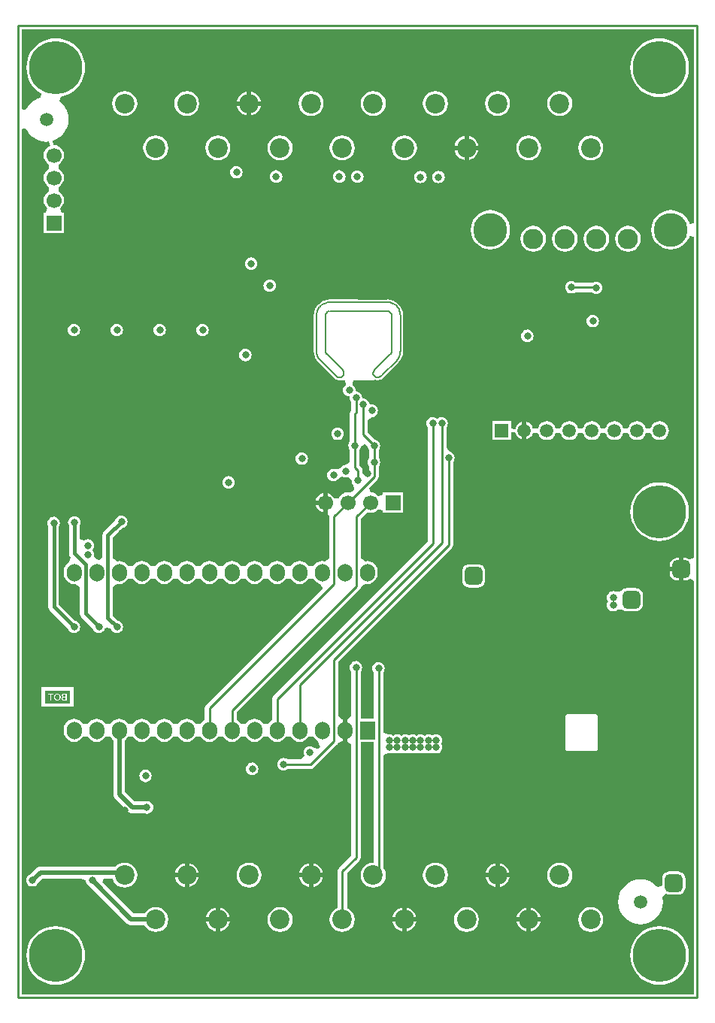
<source format=gbl>
%FSTAX23Y23*%
%MOIN*%
%SFA1B1*%

%IPPOS*%
%AMD57*
4,1,8,0.000000,-0.033500,0.000000,-0.033500,0.033500,0.000000,0.033500,0.000000,0.000000,0.033500,0.000000,0.033500,-0.033500,0.000000,-0.033500,0.000000,0.000000,-0.033500,0.0*
1,1,0.066940,0.000000,0.000000*
1,1,0.066940,0.000000,0.000000*
1,1,0.066940,0.000000,0.000000*
1,1,0.066940,0.000000,0.000000*
%
%AMD59*
4,1,8,0.033500,0.000000,0.033500,0.000000,0.000000,0.033500,0.000000,0.033500,-0.033500,0.000000,-0.033500,0.000000,0.000000,-0.033500,0.000000,-0.033500,0.033500,0.000000,0.0*
1,1,0.066940,0.000000,0.000000*
1,1,0.066940,0.000000,0.000000*
1,1,0.066940,0.000000,0.000000*
1,1,0.066940,0.000000,0.000000*
%
%AMD68*
4,1,8,0.019700,0.039400,-0.019700,0.039400,-0.039400,0.019700,-0.039400,-0.019700,-0.019700,-0.039400,0.019700,-0.039400,0.039400,-0.019700,0.039400,0.019700,0.019700,0.039400,0.0*
1,1,0.039360,0.019700,0.019700*
1,1,0.039360,-0.019700,0.019700*
1,1,0.039360,-0.019700,-0.019700*
1,1,0.039360,0.019700,-0.019700*
%
%ADD44C,0.015000*%
%ADD45C,0.010000*%
%ADD47C,0.020000*%
%ADD55C,0.005910*%
%ADD56R,0.066930X0.066930*%
G04~CAMADD=57~8~0.0~0.0~669.3~669.3~334.7~0.0~15~0.0~0.0~0.0~0.0~0~0.0~0.0~0.0~0.0~0~0.0~0.0~0.0~180.0~670.0~669.0*
%ADD57D57*%
%ADD58R,0.066930X0.066930*%
G04~CAMADD=59~8~0.0~0.0~669.3~669.3~334.7~0.0~15~0.0~0.0~0.0~0.0~0~0.0~0.0~0.0~0.0~0~0.0~0.0~0.0~270.0~670.0~669.0*
%ADD59D59*%
%ADD60C,0.086610*%
%ADD61C,0.090000*%
%ADD62C,0.150000*%
%ADD63R,0.059050X0.059050*%
%ADD64C,0.059050*%
%ADD65R,0.066930X0.078740*%
%ADD66O,0.066930X0.078740*%
%ADD67C,0.236220*%
G04~CAMADD=68~8~0.0~0.0~787.4~787.4~196.8~0.0~15~0.0~0.0~0.0~0.0~0~0.0~0.0~0.0~0.0~0~0.0~0.0~0.0~0.0~787.4~787.4*
%ADD68D68*%
%ADD69C,0.031500*%
%LNsbtech_icarusboard_1v0-1*%
%LPD*%
G36*
X02996Y03434D02*
X02977Y03431D01*
X02975Y03438*
X02966Y03453*
X02956Y03466*
X02942Y03477*
X02927Y03485*
X02911Y0349*
X02894Y03492*
X02877Y0349*
X02861Y03485*
X02845Y03477*
X02832Y03466*
X02821Y03453*
X02813Y03438*
X02808Y03421*
X02807Y03404*
X02808Y03387*
X02813Y03371*
X02821Y03356*
X02832Y03343*
X02845Y03332*
X02861Y03324*
X02877Y03319*
X02894Y03317*
X02911Y03319*
X02927Y03324*
X02942Y03332*
X02956Y03343*
X02966Y03356*
X02975Y03371*
X02977Y03378*
X02996Y03375*
Y01952*
X0299Y01947*
X02977Y01943*
X02974Y01945*
X02967Y01948*
X02959Y01949*
X0295*
Y019*
Y0185*
X02959*
X02967Y01851*
X02974Y01854*
X02977Y01856*
X0299Y01852*
X02996Y01847*
Y00015*
X00015*
Y0385*
X00022Y03852*
X00034Y03853*
X00042Y03839*
X00054Y03824*
X00069Y03812*
X00086Y03803*
X00105Y03797*
X00125Y03795*
X00132Y03796*
X00137Y03796*
X00142Y03777*
X00135Y03774*
X00125Y03767*
X00118Y03757*
X00113Y03746*
X00112Y03734*
X00113Y03723*
X00118Y03712*
X00125Y03702*
X00135Y03695*
Y03674*
X00125Y03667*
X00118Y03657*
X00113Y03646*
X00112Y03634*
X00113Y03623*
X00118Y03612*
X00125Y03602*
X00135Y03595*
Y03574*
X00125Y03567*
X00118Y03557*
X00113Y03546*
X00112Y03534*
X00113Y03523*
X00118Y03512*
X00125Y03502*
X00129Y03499*
X00122Y0348*
X00112*
Y03389*
X00203*
Y0348*
X00193*
X00186Y03499*
X0019Y03502*
X00197Y03512*
X00202Y03523*
X00203Y03534*
X00202Y03546*
X00197Y03557*
X0019Y03567*
X0018Y03574*
Y03595*
X0019Y03602*
X00197Y03612*
X00202Y03623*
X00203Y03634*
X00202Y03646*
X00197Y03657*
X0019Y03667*
X0018Y03674*
Y03695*
X0019Y03702*
X00197Y03712*
X00202Y03723*
X00203Y03734*
X00202Y03746*
X00197Y03757*
X0019Y03767*
X0018Y03774*
X00169Y03779*
X0016Y0378*
X00158Y0378*
X00156Y03781*
X00152Y03799*
X00156Y03801*
X00163Y03803*
X0018Y03812*
X00195Y03824*
X00207Y03839*
X00217Y03857*
X00222Y03875*
X00224Y03895*
X00222Y03914*
X00217Y03933*
X00207Y0395*
X00195Y03965*
X00183Y03975*
X00185Y03988*
X00189Y03995*
X00207Y04*
X00226Y04007*
X00243Y04018*
X00259Y04031*
X00272Y04047*
X00283Y04064*
X00291Y04083*
X00296Y04103*
X00297Y04124*
X00296Y04144*
X00291Y04164*
X00283Y04183*
X00272Y042*
X00259Y04216*
X00243Y04229*
X00226Y0424*
X00207Y04247*
X00187Y04252*
X00167Y04254*
X00146Y04252*
X00127Y04247*
X00108Y0424*
X0009Y04229*
X00075Y04216*
X00061Y042*
X00051Y04183*
X00043Y04164*
X00038Y04144*
X00037Y04124*
X00038Y04103*
X00043Y04083*
X00051Y04064*
X00061Y04047*
X00075Y04031*
X0009Y04018*
X00101Y04011*
X00102Y04011*
X00098Y0399*
X00086Y03987*
X00069Y03978*
X00054Y03965*
X00042Y0395*
X00034Y03936*
X00022Y03937*
X00015Y0394*
Y04295*
X02996*
Y03434*
G37*
%LNsbtech_icarusboard_1v0-2*%
%LPC*%
G36*
X02115Y00595D02*
X02112Y00594D01*
X02099Y00589*
X02087Y0058*
X02079Y00569*
X02074Y00556*
X02073Y00552*
X02115*
Y00595*
G37*
G36*
X01309D02*
Y00552D01*
X01351*
X01351Y00556*
X01345Y00569*
X01337Y0058*
X01326Y00589*
X01313Y00594*
X01309Y00595*
G37*
G36*
X01038Y01042D02*
X0103Y01041D01*
X01024Y01039*
X01018Y01034*
X01013Y01028*
X01011Y01022*
X0101Y01014*
X01011Y01007*
X01013Y01001*
X01018Y00995*
X01024Y0099*
X0103Y00988*
X01038Y00987*
X01045Y00988*
X01051Y0099*
X01057Y00995*
X01062Y01001*
X01064Y01007*
X01065Y01014*
X01064Y01022*
X01062Y01028*
X01057Y01034*
X01051Y01039*
X01045Y01041*
X01038Y01042*
G37*
G36*
X00565Y01011D02*
X00557Y0101D01*
X00551Y01007*
X00545Y01003*
X0054Y00997*
X00538Y0099*
X00537Y00983*
X00538Y00976*
X0054Y00969*
X00545Y00963*
X00551Y00959*
X00557Y00956*
X00565Y00955*
X00572Y00956*
X00578Y00959*
X00584Y00963*
X00589Y00969*
X00591Y00976*
X00592Y00983*
X00591Y0099*
X00589Y00997*
X00584Y01003*
X00578Y01007*
X00572Y0101*
X00565Y01011*
G37*
G36*
X02135Y00595D02*
Y00552D01*
X02178*
X02177Y00556*
X02172Y00569*
X02164Y0058*
X02152Y00589*
X02139Y00594*
X02135Y00595*
G37*
G36*
X01289D02*
X01285Y00594D01*
X01272Y00589*
X01261Y0058*
X01252Y00569*
X01247Y00556*
X01246Y00552*
X01289*
Y00595*
G37*
G36*
X02115Y00532D02*
X02073D01*
X02074Y00529*
X02079Y00516*
X02087Y00504*
X02099Y00496*
X02112Y00491*
X02115Y0049*
Y00532*
G37*
G36*
X01351D02*
X01309D01*
Y0049*
X01313Y00491*
X01326Y00496*
X01337Y00504*
X01345Y00516*
X01351Y00529*
X01351Y00532*
G37*
G36*
X02178D02*
X02135D01*
Y0049*
X02139Y00491*
X02152Y00496*
X02164Y00504*
X02172Y00516*
X02177Y00529*
X02178Y00532*
G37*
G36*
X00758Y00595D02*
Y00552D01*
X008*
X00799Y00556*
X00794Y00569*
X00786Y0058*
X00774Y00589*
X00761Y00594*
X00758Y00595*
G37*
G36*
X00738D02*
X00734Y00594D01*
X00721Y00589*
X0071Y0058*
X00701Y00569*
X00696Y00556*
X00695Y00552*
X00738*
Y00595*
G37*
G36*
X02844Y02285D02*
X02824Y02284D01*
X02804Y02279*
X02785Y02271*
X02767Y0226*
X02752Y02247*
X02739Y02232*
X02728Y02214*
X0272Y02195*
X02715Y02175*
X02714Y02155*
X02715Y02135*
X0272Y02115*
X02728Y02096*
X02739Y02078*
X02752Y02063*
X02767Y0205*
X02785Y02039*
X02804Y02031*
X02824Y02026*
X02844Y02025*
X02864Y02026*
X02884Y02031*
X02903Y02039*
X02921Y0205*
X02936Y02063*
X02949Y02078*
X0296Y02096*
X02968Y02115*
X02973Y02135*
X02974Y02155*
X02973Y02175*
X02968Y02195*
X0296Y02214*
X02949Y02232*
X02936Y02247*
X02921Y0226*
X02903Y02271*
X02884Y02279*
X02864Y02284*
X02844Y02285*
G37*
G36*
X0293Y01949D02*
X0292D01*
X02912Y01948*
X02905Y01945*
X02899Y0194*
X02894Y01934*
X02891Y01927*
X0289Y01919*
Y0191*
X0293*
Y01949*
G37*
G36*
Y0189D02*
X0289D01*
Y0188*
X02891Y01872*
X02894Y01865*
X02899Y01859*
X02905Y01854*
X02912Y01851*
X0292Y0185*
X0293*
Y0189*
G37*
G36*
X00933Y02312D02*
X00925Y02311D01*
X00919Y02309*
X00913Y02304*
X00908Y02298*
X00906Y02292*
X00905Y02284*
X00906Y02277*
X00908Y02271*
X00913Y02265*
X00919Y0226*
X00925Y02258*
X00933Y02257*
X0094Y02258*
X00946Y0226*
X00952Y02265*
X00957Y02271*
X00959Y02277*
X0096Y02284*
X00959Y02292*
X00957Y02298*
X00952Y02304*
X00946Y02309*
X0094Y02311*
X00933Y02312*
G37*
G36*
X01352Y02237D02*
X0135Y02237D01*
X0134Y02232*
X01331Y02225*
X01324Y02216*
X01319Y02206*
X01319Y02204*
X01352*
Y02237*
G37*
G36*
Y02184D02*
X01319D01*
X01319Y02183*
X01324Y02173*
X01331Y02163*
X0134Y02156*
X0135Y02152*
X01352Y02152*
Y02184*
G37*
G36*
X00246Y01376D02*
X00102D01*
Y01289*
X00246*
Y01376*
G37*
G36*
X02558Y01256D02*
X02438D01*
X02433Y01256*
X02429Y01253*
X02426Y01249*
X02425Y01244*
Y01104*
X02426Y011*
X02429Y01096*
X02433Y01093*
X02438Y01092*
X02558*
X02562Y01093*
X02566Y01096*
X02569Y011*
X0257Y01104*
Y01244*
X02569Y01249*
X02566Y01253*
X02562Y01256*
X02558Y01256*
G37*
G36*
X01498Y01492D02*
X0149Y01491D01*
X01484Y01489*
X01478Y01484*
X01473Y01478*
X01471Y01472*
X0147Y01464*
X01471Y01457*
X01473Y01451*
X01476Y01447*
Y01247*
X0146Y01234*
X01458Y01233*
Y01184*
Y01136*
X0146Y01135*
X01476Y01122*
Y00629*
X01422Y00574*
X01417Y00568*
X01415Y0056*
Y00396*
X01409Y00394*
X01397Y00385*
X01388Y00373*
X01383Y0036*
X01381Y00346*
X01383Y00331*
X01388Y00318*
X01397Y00306*
X01409Y00297*
X01422Y00292*
X01437Y0029*
X01451Y00292*
X01464Y00297*
X01476Y00306*
X01485Y00318*
X0149Y00331*
X01492Y00346*
X0149Y0036*
X01485Y00373*
X01476Y00385*
X01464Y00394*
X01458Y00396*
Y00551*
X01512Y00606*
X01517Y00612*
X01519Y00621*
Y01133*
X01576*
Y006*
X01574Y00598*
X0156Y00596*
X01547Y00591*
X01535Y00582*
X01526Y0057*
X01521Y00557*
X01519Y00542*
X01521Y00528*
X01526Y00515*
X01535Y00503*
X01547Y00494*
X0156Y00489*
X01574Y00487*
X01589Y00489*
X01602Y00494*
X01614Y00503*
X01622Y00515*
X01628Y00528*
X0163Y00542*
X01628Y00557*
X01622Y0057*
X01619Y00575*
Y01071*
X01623Y01076*
X01638Y01083*
X01639Y01083*
X01646Y01082*
X01654Y01083*
X0166Y01085*
X01664Y01088*
X01667Y01085*
X01674Y01083*
X01681Y01082*
X01688Y01083*
X01695Y01085*
X01699Y01088*
X01703Y01085*
X01709Y01083*
X01716Y01082*
X01724Y01083*
X0173Y01085*
X01733Y01087*
X01736Y01085*
X01742Y01083*
X0175Y01082*
X01757Y01083*
X01763Y01085*
X01767Y01088*
X0177Y01085*
X01777Y01083*
X01784Y01082*
X01791Y01083*
X01798Y01085*
X01802Y01088*
X01806Y01085*
X01812Y01083*
X0182Y01082*
X01827Y01083*
X01833Y01085*
X01836Y01087*
X01839Y01085*
X01845Y01083*
X01853Y01082*
X0186Y01083*
X01866Y01085*
X01872Y0109*
X01877Y01096*
X01879Y01102*
X0188Y01109*
X01879Y01117*
X01877Y01123*
X01876Y01124*
X01877Y01126*
X01879Y01132*
X0188Y01139*
X01879Y01147*
X01877Y01153*
X01872Y01159*
X01866Y01164*
X0186Y01166*
X01853Y01167*
X01845Y01166*
X01839Y01164*
X01836Y01162*
X01833Y01164*
X01827Y01166*
X0182Y01167*
X01812Y01166*
X01806Y01164*
X01802Y01161*
X01798Y01164*
X01791Y01166*
X01784Y01167*
X01777Y01166*
X0177Y01164*
X01767Y01161*
X01763Y01164*
X01757Y01166*
X0175Y01167*
X01742Y01166*
X01736Y01164*
X01733Y01162*
X0173Y01164*
X01724Y01166*
X01716Y01167*
X01709Y01166*
X01703Y01164*
X01699Y01161*
X01695Y01164*
X01688Y01166*
X01681Y01167*
X01674Y01166*
X01667Y01164*
X01664Y01161*
X0166Y01164*
X01654Y01166*
X01646Y01167*
X01639Y01166*
X01638Y01166*
X01623Y01173*
X01619Y01178*
Y01442*
X01622Y01446*
X01624Y01452*
X01625Y01459*
X01624Y01467*
X01622Y01473*
X01617Y01479*
X01611Y01484*
X01605Y01486*
X01598Y01487*
X0159Y01486*
X01584Y01484*
X01578Y01479*
X01573Y01473*
X01571Y01467*
X0157Y01459*
X01571Y01452*
X01573Y01446*
X01576Y01442*
Y01236*
X01519*
Y01447*
X01522Y01451*
X01524Y01457*
X01525Y01464*
X01524Y01472*
X01522Y01478*
X01517Y01484*
X01511Y01489*
X01505Y01491*
X01498Y01492*
G37*
G36*
X02039Y01921D02*
X02D01*
X01992Y0192*
X01984Y01917*
X01977Y01912*
X01972Y01905*
X01969Y01897*
X01968Y01889*
Y0185*
X01969Y01842*
X01972Y01834*
X01977Y01827*
X01984Y01822*
X01992Y01819*
X02Y01818*
X02039*
X02047Y01819*
X02055Y01822*
X02062Y01827*
X02067Y01834*
X0207Y01842*
X02071Y0185*
Y01889*
X0207Y01897*
X02067Y01905*
X02062Y01912*
X02055Y01917*
X02047Y0192*
X02039Y01921*
G37*
G36*
X02737Y01816D02*
X02698D01*
X0269Y01815*
X02682Y01812*
X02675Y01807*
X02674Y01805*
X02666Y018*
X02652Y01799*
X02649Y018*
X02645Y01801*
X02638Y01802*
X0263Y01801*
X02624Y01799*
X02618Y01794*
X02613Y01788*
X02611Y01782*
X0261Y01774*
X02611Y01767*
X02613Y01761*
X02616Y01757*
X02613Y01753*
X02611Y01747*
X0261Y01739*
X02611Y01732*
X02613Y01726*
X02618Y0172*
X02624Y01715*
X0263Y01713*
X02638Y01712*
X02645Y01713*
X02651Y01715*
X02654Y01718*
X02657Y0172*
X02678Y0172*
X0268Y01719*
X02682Y01717*
X0269Y01714*
X02698Y01713*
X02737*
X02745Y01714*
X02753Y01717*
X0276Y01722*
X02765Y01729*
X02768Y01737*
X02769Y01745*
Y01784*
X02768Y01792*
X02765Y018*
X0276Y01807*
X02753Y01812*
X02745Y01815*
X02737Y01816*
G37*
G36*
X00158Y02132D02*
X0015Y02131D01*
X00144Y02129*
X00138Y02124*
X00133Y02118*
X00131Y02112*
X0013Y02104*
X00131Y02097*
X00133Y02091*
X00134Y0209*
Y01734*
X00136Y01725*
X00141Y01718*
X00221Y01638*
X00221Y01637*
X00223Y01631*
X00228Y01625*
X00234Y0162*
X0024Y01618*
X00248Y01617*
X00255Y01618*
X00261Y0162*
X00267Y01625*
X00272Y01631*
X00274Y01637*
X00275Y01644*
X00274Y01652*
X00272Y01658*
X00267Y01664*
X00261Y01669*
X00255Y01671*
X00254Y01671*
X00181Y01744*
Y0209*
X00182Y02091*
X00184Y02097*
X00185Y02104*
X00184Y02112*
X00182Y02118*
X00177Y02124*
X00171Y02129*
X00165Y02131*
X00158Y02132*
G37*
G36*
X01289Y00532D02*
X01246D01*
X01247Y00529*
X01252Y00516*
X01261Y00504*
X01272Y00496*
X01285Y00491*
X01289Y0049*
Y00532*
G37*
G36*
X01765Y00336D02*
X01722D01*
Y00293*
X01726Y00294*
X01739Y00299*
X0175Y00308*
X01759Y00319*
X01764Y00332*
X01765Y00336*
G37*
G36*
X01702D02*
X0166D01*
X0166Y00332*
X01666Y00319*
X01674Y00308*
X01685Y00299*
X01698Y00294*
X01702Y00293*
Y00336*
G37*
G36*
X00938Y00336D02*
X00895D01*
Y00293*
X00899Y00294*
X00912Y00299*
X00923Y00308*
X00932Y00319*
X00937Y00332*
X00938Y00336*
G37*
G36*
X00875Y00398D02*
X00871Y00398D01*
X00858Y00392*
X00847Y00384*
X00839Y00372*
X00833Y0036*
X00833Y00356*
X00875*
Y00398*
G37*
G36*
X02316Y00336D02*
X02273D01*
Y00293*
X02277Y00294*
X0229Y00299*
X02301Y00308*
X0231Y00319*
X02315Y00332*
X02316Y00336*
G37*
G36*
X02253D02*
X02211D01*
X02211Y00332*
X02217Y00319*
X02225Y00308*
X02236Y00299*
X02249Y00294*
X02253Y00293*
Y00336*
G37*
G36*
X01161Y00401D02*
X01147Y00399D01*
X01133Y00394*
X01122Y00385*
X01113Y00373*
X01107Y0036*
X01105Y00346*
X01107Y00331*
X01113Y00318*
X01122Y00306*
X01133Y00297*
X01147Y00292*
X01161Y0029*
X01175Y00292*
X01189Y00297*
X012Y00306*
X01209Y00318*
X01215Y00331*
X01217Y00346*
X01215Y0036*
X01209Y00373*
X012Y00385*
X01189Y00394*
X01175Y00399*
X01161Y00401*
G37*
G36*
X02844Y00317D02*
X02824Y00315D01*
X02804Y0031*
X02785Y00303*
X02767Y00292*
X02752Y00279*
X02739Y00263*
X02728Y00246*
X0272Y00227*
X02715Y00207*
X02714Y00187*
X02715Y00166*
X0272Y00146*
X02728Y00127*
X02739Y0011*
X02752Y00094*
X02767Y00081*
X02785Y0007*
X02804Y00063*
X02824Y00058*
X02844Y00056*
X02864Y00058*
X02884Y00063*
X02903Y0007*
X02921Y00081*
X02936Y00094*
X02949Y0011*
X0296Y00127*
X02968Y00146*
X02973Y00166*
X02974Y00187*
X02973Y00207*
X02968Y00227*
X0296Y00246*
X02949Y00263*
X02936Y00279*
X02921Y00292*
X02903Y00303*
X02884Y0031*
X02864Y00315*
X02844Y00317*
G37*
G36*
X00167D02*
X00146Y00315D01*
X00127Y0031*
X00108Y00303*
X0009Y00292*
X00075Y00279*
X00061Y00263*
X00051Y00246*
X00043Y00227*
X00038Y00207*
X00037Y00187*
X00038Y00166*
X00043Y00146*
X00051Y00127*
X00061Y0011*
X00075Y00094*
X0009Y00081*
X00108Y0007*
X00127Y00063*
X00146Y00058*
X00167Y00056*
X00187Y00058*
X00207Y00063*
X00226Y0007*
X00243Y00081*
X00259Y00094*
X00272Y0011*
X00283Y00127*
X00291Y00146*
X00296Y00166*
X00297Y00187*
X00296Y00207*
X00291Y00227*
X00283Y00246*
X00272Y00263*
X00259Y00279*
X00243Y00292*
X00226Y00303*
X00207Y0031*
X00187Y00315*
X00167Y00317*
G37*
G36*
X00875Y00336D02*
X00833D01*
X00833Y00332*
X00839Y00319*
X00847Y00308*
X00858Y00299*
X00871Y00294*
X00875Y00293*
Y00336*
G37*
G36*
X02539Y00401D02*
X02524Y00399D01*
X02511Y00394*
X025Y00385*
X02491Y00373*
X02485Y0036*
X02483Y00346*
X02485Y00331*
X02491Y00318*
X025Y00306*
X02511Y00297*
X02524Y00292*
X02539Y0029*
X02553Y00292*
X02567Y00297*
X02578Y00306*
X02587Y00318*
X02593Y00331*
X02594Y00346*
X02593Y0036*
X02587Y00373*
X02578Y00385*
X02567Y00394*
X02553Y00399*
X02539Y00401*
G37*
G36*
X01988D02*
X01973Y00399D01*
X0196Y00394*
X01948Y00385*
X0194Y00373*
X01934Y0036*
X01932Y00346*
X01934Y00331*
X0194Y00318*
X01948Y00306*
X0196Y00297*
X01973Y00292*
X01988Y0029*
X02002Y00292*
X02015Y00297*
X02027Y00306*
X02036Y00318*
X02041Y00331*
X02043Y00346*
X02041Y0036*
X02036Y00373*
X02027Y00385*
X02015Y00394*
X02002Y00399*
X01988Y00401*
G37*
G36*
X02401Y00598D02*
X02387Y00596D01*
X02373Y00591*
X02362Y00582*
X02353Y0057*
X02347Y00557*
X02345Y00542*
X02347Y00528*
X02353Y00515*
X02362Y00503*
X02373Y00494*
X02387Y00489*
X02401Y00487*
X02415Y00489*
X02429Y00494*
X0244Y00503*
X02449Y00515*
X02455Y00528*
X02457Y00542*
X02455Y00557*
X02449Y0057*
X0244Y00582*
X02429Y00591*
X02415Y00596*
X02401Y00598*
G37*
G36*
X0185D02*
X01836Y00596D01*
X01822Y00591*
X01811Y00582*
X01802Y0057*
X01796Y00557*
X01794Y00542*
X01796Y00528*
X01802Y00515*
X01811Y00503*
X01822Y00494*
X01836Y00489*
X0185Y00487*
X01864Y00489*
X01878Y00494*
X01889Y00503*
X01898Y00515*
X01904Y00528*
X01905Y00542*
X01904Y00557*
X01898Y0057*
X01889Y00582*
X01878Y00591*
X01864Y00596*
X0185Y00598*
G37*
G36*
X01023D02*
X01009Y00596D01*
X00995Y00591*
X00984Y00582*
X00975Y0057*
X00969Y00557*
X00968Y00542*
X00969Y00528*
X00975Y00515*
X00984Y00503*
X00995Y00494*
X01009Y00489*
X01023Y00487*
X01038Y00489*
X01051Y00494*
X01062Y00503*
X01071Y00515*
X01077Y00528*
X01079Y00542*
X01077Y00557*
X01071Y0057*
X01062Y00582*
X01051Y00591*
X01038Y00596*
X01023Y00598*
G37*
G36*
X008Y00532D02*
X00758D01*
Y0049*
X00761Y00491*
X00774Y00496*
X00786Y00504*
X00794Y00516*
X00799Y00529*
X008Y00532*
G37*
G36*
X00738D02*
X00695D01*
X00696Y00529*
X00701Y00516*
X0071Y00504*
X00721Y00496*
X00734Y00491*
X00738Y0049*
Y00532*
G37*
G36*
X02926Y00559D02*
X02887D01*
X02879Y00558*
X02871Y00555*
X02864Y0055*
X02859Y00544*
X02856Y00536*
X02855Y00528*
Y00496*
X02835Y00489*
X0283Y00495*
X02815Y00508*
X02798Y00517*
X02779Y00523*
X0276Y00524*
X0274Y00523*
X02721Y00517*
X02704Y00508*
X02689Y00495*
X02677Y0048*
X02667Y00463*
X02662Y00444*
X0266Y00425*
X02662Y00405*
X02667Y00387*
X02677Y00369*
X02689Y00354*
X02704Y00342*
X02721Y00333*
X0274Y00327*
X0276Y00325*
X02779Y00327*
X02798Y00333*
X02815Y00342*
X0283Y00354*
X02842Y00369*
X02852Y00387*
X02857Y00405*
X02859Y00425*
X02857Y00444*
X02856Y00447*
X02866Y00456*
X02873Y0046*
X02879Y00458*
X02887Y00457*
X02926*
X02934Y00458*
X02942Y00461*
X02949Y00466*
X02954Y00472*
X02957Y0048*
X02958Y00488*
Y00528*
X02957Y00536*
X02954Y00544*
X02949Y0055*
X02942Y00555*
X02934Y00558*
X02926Y00559*
G37*
G36*
X01722Y00398D02*
Y00356D01*
X01765*
X01764Y0036*
X01759Y00372*
X0175Y00384*
X01739Y00392*
X01726Y00398*
X01722Y00398*
G37*
G36*
X01702D02*
X01698Y00398D01*
X01685Y00392*
X01674Y00384*
X01666Y00372*
X0166Y0036*
X0166Y00356*
X01702*
Y00398*
G37*
G36*
X00895D02*
Y00356D01*
X00938*
X00937Y0036*
X00932Y00372*
X00923Y00384*
X00912Y00392*
X00899Y00398*
X00895Y00398*
G37*
G36*
X00472Y00598D02*
X00458Y00596D01*
X00444Y00591*
X00433Y00582*
X00432Y0058*
X00098*
X00091Y0058*
X00085Y00577*
X00079Y00573*
X00051Y00544*
X00049Y00544*
X00043Y00539*
X00038Y00533*
X00036Y00527*
X00035Y00519*
X00036Y00512*
X00038Y00506*
X00043Y005*
X00049Y00495*
X00055Y00493*
X00063Y00492*
X0007Y00493*
X00076Y00495*
X00082Y005*
X00087Y00506*
X00087Y00508*
X00108Y00528*
X00281*
X003Y00519*
X00301Y00512*
X00303Y00506*
X00308Y005*
X00314Y00495*
X00316Y00494*
X00483Y00327*
X00488Y00323*
X00495Y00321*
X00501Y0032*
X00561*
X00562Y00318*
X0057Y00306*
X00582Y00297*
X00595Y00292*
X0061Y0029*
X00624Y00292*
X00638Y00297*
X00649Y00306*
X00658Y00318*
X00663Y00331*
X00665Y00346*
X00663Y0036*
X00658Y00373*
X00649Y00385*
X00638Y00394*
X00624Y00399*
X0061Y00401*
X00595Y00399*
X00582Y00394*
X0057Y00385*
X00562Y00373*
X00561Y00372*
X00512*
X00373Y0051*
X00381Y00528*
X00418*
X00418Y00528*
X00424Y00515*
X00433Y00503*
X00444Y00494*
X00458Y00489*
X00472Y00487*
X00486Y00489*
X005Y00494*
X00511Y00503*
X0052Y00515*
X00526Y00528*
X00528Y00542*
X00526Y00557*
X0052Y0057*
X00511Y00582*
X005Y00591*
X00486Y00596*
X00472Y00598*
G37*
G36*
X02273Y00398D02*
Y00356D01*
X02316*
X02315Y0036*
X0231Y00372*
X02301Y00384*
X0229Y00392*
X02277Y00398*
X02273Y00398*
G37*
G36*
X02253D02*
X02249Y00398D01*
X02236Y00392*
X02225Y00384*
X02217Y00372*
X02211Y0036*
X02211Y00356*
X02253*
Y00398*
G37*
G36*
X01258Y02417D02*
X0125Y02416D01*
X01244Y02414*
X01238Y02409*
X01233Y02403*
X01231Y02397*
X0123Y02389*
X01231Y02382*
X01233Y02376*
X01238Y0237*
X01244Y02365*
X0125Y02363*
X01258Y02362*
X01265Y02363*
X01271Y02365*
X01277Y0237*
X01282Y02376*
X01284Y02382*
X01285Y02389*
X01284Y02397*
X01282Y02403*
X01277Y02409*
X01271Y02414*
X01265Y02416*
X01258Y02417*
G37*
G36*
X01978Y03758D02*
X01935D01*
X01936Y03754*
X01941Y03741*
X0195Y0373*
X01961Y03721*
X01974Y03716*
X01978Y03715*
Y03758*
G37*
G36*
X02539Y03823D02*
X02524Y03821D01*
X02511Y03816*
X025Y03807*
X02491Y03795*
X02485Y03782*
X02483Y03768*
X02485Y03753*
X02491Y0374*
X025Y03728*
X02511Y03719*
X02524Y03714*
X02539Y03712*
X02553Y03714*
X02567Y03719*
X02578Y03728*
X02587Y0374*
X02593Y03753*
X02594Y03768*
X02593Y03782*
X02587Y03795*
X02578Y03807*
X02567Y03816*
X02553Y03821*
X02539Y03823*
G37*
G36*
X02263D02*
X02249Y03821D01*
X02235Y03816*
X02224Y03807*
X02215Y03795*
X0221Y03782*
X02208Y03768*
X0221Y03753*
X02215Y0374*
X02224Y03728*
X02235Y03719*
X02249Y03714*
X02263Y03712*
X02278Y03714*
X02291Y03719*
X02303Y03728*
X02311Y0374*
X02317Y03753*
X02319Y03768*
X02317Y03782*
X02311Y03795*
X02303Y03807*
X02291Y03816*
X02278Y03821*
X02263Y03823*
G37*
G36*
X01998Y0382D02*
Y03778D01*
X0204*
X0204Y03782*
X02034Y03794*
X02026Y03806*
X02015Y03814*
X02002Y0382*
X01998Y0382*
G37*
G36*
X01978D02*
X01974Y0382D01*
X01961Y03814*
X0195Y03806*
X01941Y03794*
X01936Y03782*
X01935Y03778*
X01978*
Y0382*
G37*
G36*
X0204Y03758D02*
X01998D01*
Y03715*
X02002Y03716*
X02015Y03721*
X02026Y0373*
X02034Y03741*
X0204Y03754*
X0204Y03758*
G37*
G36*
X00885Y03823D02*
X00871Y03821D01*
X00858Y03816*
X00846Y03807*
X00837Y03795*
X00832Y03782*
X0083Y03768*
X00832Y03753*
X00837Y0374*
X00846Y03728*
X00858Y03719*
X00871Y03714*
X00885Y03712*
X009Y03714*
X00913Y03719*
X00925Y03728*
X00933Y0374*
X00939Y03753*
X00941Y03768*
X00939Y03782*
X00933Y03795*
X00925Y03807*
X00913Y03816*
X009Y03821*
X00885Y03823*
G37*
G36*
X0061D02*
X00595Y03821D01*
X00582Y03816*
X0057Y03807*
X00562Y03795*
X00556Y03782*
X00554Y03768*
X00556Y03753*
X00562Y0374*
X0057Y03728*
X00582Y03719*
X00595Y03714*
X0061Y03712*
X00624Y03714*
X00638Y03719*
X00649Y03728*
X00658Y0374*
X00663Y03753*
X00665Y03768*
X00663Y03782*
X00658Y03795*
X00649Y03807*
X00638Y03816*
X00624Y03821*
X0061Y03823*
G37*
G36*
X00968Y03687D02*
X0096Y03686D01*
X00954Y03684*
X00948Y03679*
X00943Y03673*
X00941Y03667*
X0094Y03659*
X00941Y03652*
X00943Y03646*
X00948Y0364*
X00954Y03635*
X0096Y03633*
X00968Y03632*
X00975Y03633*
X00981Y03635*
X00987Y0364*
X00992Y03646*
X00994Y03652*
X00995Y03659*
X00994Y03667*
X00992Y03673*
X00987Y03679*
X00981Y03684*
X00975Y03686*
X00968Y03687*
G37*
G36*
X01712Y03823D02*
X01698Y03821D01*
X01684Y03816*
X01673Y03807*
X01664Y03795*
X01658Y03782*
X01657Y03768*
X01658Y03753*
X01664Y0374*
X01673Y03728*
X01684Y03719*
X01698Y03714*
X01712Y03712*
X01726Y03714*
X0174Y03719*
X01751Y03728*
X0176Y0374*
X01766Y03753*
X01768Y03768*
X01766Y03782*
X0176Y03795*
X01751Y03807*
X0174Y03816*
X01726Y03821*
X01712Y03823*
G37*
G36*
X01437D02*
X01422Y03821D01*
X01409Y03816*
X01397Y03807*
X01388Y03795*
X01383Y03782*
X01381Y03768*
X01383Y03753*
X01388Y0374*
X01397Y03728*
X01409Y03719*
X01422Y03714*
X01437Y03712*
X01451Y03714*
X01464Y03719*
X01476Y03728*
X01485Y0374*
X0149Y03753*
X01492Y03768*
X0149Y03782*
X01485Y03795*
X01476Y03807*
X01464Y03816*
X01451Y03821*
X01437Y03823*
G37*
G36*
X01161D02*
X01147Y03821D01*
X01133Y03816*
X01122Y03807*
X01113Y03795*
X01107Y03782*
X01105Y03768*
X01107Y03753*
X01113Y0374*
X01122Y03728*
X01133Y03719*
X01147Y03714*
X01161Y03712*
X01175Y03714*
X01189Y03719*
X012Y03728*
X01209Y0374*
X01215Y03753*
X01217Y03768*
X01215Y03782*
X01209Y03795*
X012Y03807*
X01189Y03816*
X01175Y03821*
X01161Y03823*
G37*
G36*
X01013Y03954D02*
X00971D01*
X00971Y03951*
X00977Y03938*
X00985Y03926*
X00996Y03918*
X01009Y03913*
X01013Y03912*
Y03954*
G37*
G36*
X01076D02*
X01033D01*
Y03912*
X01037Y03913*
X0105Y03918*
X01061Y03926*
X0107Y03938*
X01075Y03951*
X01076Y03954*
G37*
G36*
X02125Y0402D02*
X02111Y04018D01*
X02098Y04013*
X02086Y04004*
X02077Y03992*
X02072Y03979*
X0207Y03964*
X02072Y0395*
X02077Y03937*
X02086Y03925*
X02098Y03916*
X02111Y03911*
X02125Y03909*
X0214Y03911*
X02153Y03916*
X02165Y03925*
X02174Y03937*
X02179Y0395*
X02181Y03964*
X02179Y03979*
X02174Y03992*
X02165Y04004*
X02153Y04013*
X0214Y04018*
X02125Y0402*
G37*
G36*
X02844Y04254D02*
X02824Y04252D01*
X02804Y04247*
X02785Y0424*
X02767Y04229*
X02752Y04216*
X02739Y042*
X02728Y04183*
X0272Y04164*
X02715Y04144*
X02714Y04124*
X02715Y04103*
X0272Y04083*
X02728Y04064*
X02739Y04047*
X02752Y04031*
X02767Y04018*
X02785Y04007*
X02804Y04*
X02824Y03995*
X02844Y03993*
X02864Y03995*
X02884Y04*
X02903Y04007*
X02921Y04018*
X02936Y04031*
X02949Y04047*
X0296Y04064*
X02968Y04083*
X02973Y04103*
X02974Y04124*
X02973Y04144*
X02968Y04164*
X0296Y04183*
X02949Y042*
X02936Y04216*
X02921Y04229*
X02903Y0424*
X02884Y04247*
X02864Y04252*
X02844Y04254*
G37*
G36*
X01033Y04017D02*
Y03974D01*
X01076*
X01075Y03978*
X0107Y03991*
X01061Y04002*
X0105Y04011*
X01037Y04016*
X01033Y04017*
G37*
G36*
X01013D02*
X01009Y04016D01*
X00996Y04011*
X00985Y04002*
X00977Y03991*
X00971Y03978*
X00971Y03974*
X01013*
Y04017*
G37*
G36*
X01299Y0402D02*
X01284Y04018D01*
X01271Y04013*
X01259Y04004*
X01251Y03992*
X01245Y03979*
X01243Y03964*
X01245Y0395*
X01251Y03937*
X01259Y03925*
X01271Y03916*
X01284Y03911*
X01299Y03909*
X01313Y03911*
X01327Y03916*
X01338Y03925*
X01347Y03937*
X01352Y0395*
X01354Y03964*
X01352Y03979*
X01347Y03992*
X01338Y04004*
X01327Y04013*
X01313Y04018*
X01299Y0402*
G37*
G36*
X00748D02*
X00733Y04018D01*
X0072Y04013*
X00708Y04004*
X00699Y03992*
X00694Y03979*
X00692Y03964*
X00694Y0395*
X00699Y03937*
X00708Y03925*
X0072Y03916*
X00733Y03911*
X00748Y03909*
X00762Y03911*
X00775Y03916*
X00787Y03925*
X00796Y03937*
X00801Y0395*
X00803Y03964*
X00801Y03979*
X00796Y03992*
X00787Y04004*
X00775Y04013*
X00762Y04018*
X00748Y0402*
G37*
G36*
X00472D02*
X00458Y04018D01*
X00444Y04013*
X00433Y04004*
X00424Y03992*
X00418Y03979*
X00416Y03964*
X00418Y0395*
X00424Y03937*
X00433Y03925*
X00444Y03916*
X00458Y03911*
X00472Y03909*
X00486Y03911*
X005Y03916*
X00511Y03925*
X0052Y03937*
X00526Y0395*
X00528Y03964*
X00526Y03979*
X0052Y03992*
X00511Y04004*
X005Y04013*
X00486Y04018*
X00472Y0402*
G37*
G36*
X02401D02*
X02387Y04018D01*
X02373Y04013*
X02362Y04004*
X02353Y03992*
X02347Y03979*
X02345Y03964*
X02347Y0395*
X02353Y03937*
X02362Y03925*
X02373Y03916*
X02387Y03911*
X02401Y03909*
X02415Y03911*
X02429Y03916*
X0244Y03925*
X02449Y03937*
X02455Y0395*
X02457Y03964*
X02455Y03979*
X02449Y03992*
X0244Y04004*
X02429Y04013*
X02415Y04018*
X02401Y0402*
G37*
G36*
X0185D02*
X01836Y04018D01*
X01822Y04013*
X01811Y04004*
X01802Y03992*
X01796Y03979*
X01794Y03964*
X01796Y0395*
X01802Y03937*
X01811Y03925*
X01822Y03916*
X01836Y03911*
X0185Y03909*
X01864Y03911*
X01878Y03916*
X01889Y03925*
X01898Y03937*
X01904Y0395*
X01905Y03964*
X01904Y03979*
X01898Y03992*
X01889Y04004*
X01878Y04013*
X01864Y04018*
X0185Y0402*
G37*
G36*
X01574D02*
X0156Y04018D01*
X01547Y04013*
X01535Y04004*
X01526Y03992*
X01521Y03979*
X01519Y03964*
X01521Y0395*
X01526Y03937*
X01535Y03925*
X01547Y03916*
X0156Y03911*
X01574Y03909*
X01589Y03911*
X01602Y03916*
X01614Y03925*
X01622Y03937*
X01628Y0395*
X0163Y03964*
X01628Y03979*
X01622Y03992*
X01614Y04004*
X01602Y04013*
X01589Y04018*
X01574Y0402*
G37*
G36*
X01424Y03669D02*
X01417Y03668D01*
X0141Y03665*
X01404Y03661*
X014Y03655*
X01397Y03648*
X01396Y03641*
X01397Y03634*
X014Y03627*
X01404Y03621*
X0141Y03617*
X01417Y03614*
X01424Y03613*
X01431Y03614*
X01438Y03617*
X01444Y03621*
X01448Y03627*
X01451Y03634*
X01452Y03641*
X01451Y03648*
X01448Y03655*
X01444Y03661*
X01438Y03665*
X01431Y03668*
X01424Y03669*
G37*
G36*
X00628Y02988D02*
X0062Y02987D01*
X00614Y02985*
X00608Y0298*
X00603Y02974*
X00601Y02968*
X006Y0296*
X00601Y02953*
X00603Y02947*
X00608Y02941*
X00614Y02936*
X0062Y02934*
X00628Y02933*
X00635Y02934*
X00641Y02936*
X00647Y02941*
X00652Y02947*
X00654Y02953*
X00655Y0296*
X00654Y02968*
X00652Y02974*
X00647Y0298*
X00641Y02985*
X00635Y02987*
X00628Y02988*
G37*
G36*
X00438D02*
X0043Y02987D01*
X00424Y02985*
X00418Y0298*
X00413Y02974*
X00411Y02968*
X0041Y0296*
X00411Y02953*
X00413Y02947*
X00418Y02941*
X00424Y02936*
X0043Y02934*
X00438Y02933*
X00445Y02934*
X00451Y02936*
X00457Y02941*
X00462Y02947*
X00464Y02953*
X00465Y0296*
X00464Y02968*
X00462Y02974*
X00457Y0298*
X00451Y02985*
X00445Y02987*
X00438Y02988*
G37*
G36*
X00818D02*
X0081Y02987D01*
X00804Y02985*
X00798Y0298*
X00793Y02974*
X00791Y02968*
X0079Y0296*
X00791Y02953*
X00793Y02947*
X00798Y02941*
X00804Y02936*
X0081Y02934*
X00818Y02933*
X00825Y02934*
X00831Y02936*
X00837Y02941*
X00842Y02947*
X00844Y02953*
X00845Y0296*
X00844Y02968*
X00842Y02974*
X00837Y0298*
X00831Y02985*
X00825Y02987*
X00818Y02988*
G37*
G36*
X01636Y03096D02*
X01636D01*
X01634Y03095*
X01382Y03096*
X01382Y03095*
X01381Y03096*
X01369Y03094*
X01368Y03094*
X01367Y03094*
X01356Y03091*
X01355Y0309*
X01354Y0309*
X01343Y03084*
X01343Y03083*
X01342Y03083*
X01333Y03075*
X01332Y03075*
X01331Y03074*
X01323Y03065*
X01323Y03064*
X01322Y03063*
X01317Y03053*
X01316Y03051*
X01316Y0305*
X01312Y03039*
X01312Y03038*
X01312Y03037*
X01311Y03025*
X01311Y03025*
X01311Y03024*
X01311Y03023*
Y02868*
X01311Y02867*
X01311Y02866*
X01311Y02866*
X01312Y02854*
X01312Y02853*
X01312Y02852*
X01316Y0284*
X01316Y02839*
X01317Y02838*
X01322Y02828*
X01323Y02827*
X01323Y02826*
X01331Y02817*
X01331Y02817*
X01332Y02816*
Y02816*
X01333Y02815*
X014Y02749*
X014Y02748*
X01401Y02748*
X01401Y02747*
X01402Y02746*
X01403Y02745*
X0141Y02741*
X01414Y02739*
X01422Y02737*
X01426*
X01433Y02739*
X01434Y02738*
X01436Y02738*
X01449Y02738*
X01453Y02719*
X01453Y02718*
X01448Y02714*
X01443Y02708*
X01441Y02702*
X0144Y02694*
X01441Y02687*
X01443Y02681*
X01448Y02675*
X01454Y0267*
X0146Y02668*
X01468Y02667*
X01471Y02652*
X01473Y02646*
X01476Y02642*
Y02604*
X01472Y02598*
X0147Y02589*
Y02466*
X01467Y02462*
X01465Y02456*
X01464Y02448*
X01465Y02441*
X01467Y02435*
X0147Y02431*
Y02378*
X01468Y02374*
X01453Y02362*
X01445Y02361*
X01439Y02359*
X01433Y02354*
X0143Y02351*
X01428Y02348*
X01415Y02343*
X01406Y02343*
X01405Y02344*
X01398Y02345*
X0139Y02344*
X01384Y02341*
X01378Y02337*
X01373Y02331*
X01371Y02324*
X0137Y02317*
X01371Y0231*
X01373Y02303*
X01378Y02297*
X01384Y02293*
X0139Y0229*
X01398Y02289*
X01405Y0229*
X01411Y02293*
X01417Y02297*
X0142Y02301*
X01422Y02303*
X01435Y02309*
X01444Y02308*
X01445Y02308*
X01453Y02307*
X0146Y02308*
X0146Y02308*
X01463Y02307*
X01475Y02298*
X01478Y02295*
X01478Y02294*
X01479Y02287*
X01481Y02281*
X01486Y02275*
X01489Y02256*
X01488Y02251*
X01474Y02239*
X01462Y0224*
X0145Y02239*
X01439Y02234*
X01429Y02227*
X01422Y02217*
X01421Y02215*
X014*
X014Y02216*
X01393Y02225*
X01384Y02232*
X01373Y02237*
X01372Y02237*
Y02194*
Y02143*
X01378Y02135*
X01379Y02134*
X01378Y02132*
Y01948*
X01359Y01935*
X01359Y01935*
X01348Y01936*
X01336Y01934*
X01325Y0193*
X01315Y01923*
X01308Y01913*
X01287*
X0128Y01923*
X0127Y0193*
X01259Y01934*
X01248Y01936*
X01236Y01934*
X01225Y0193*
X01215Y01923*
X01208Y01913*
X01187*
X0118Y01923*
X0117Y0193*
X01159Y01934*
X01148Y01936*
X01136Y01934*
X01125Y0193*
X01115Y01923*
X01108Y01913*
X01087*
X0108Y01923*
X0107Y0193*
X01059Y01934*
X01048Y01936*
X01036Y01934*
X01025Y0193*
X01015Y01923*
X01008Y01913*
X00987*
X0098Y01923*
X0097Y0193*
X00959Y01934*
X00948Y01936*
X00936Y01934*
X00925Y0193*
X00915Y01923*
X00908Y01913*
X00887*
X0088Y01923*
X0087Y0193*
X00859Y01934*
X00848Y01936*
X00836Y01934*
X00825Y0193*
X00815Y01923*
X00808Y01913*
X00787*
X0078Y01923*
X0077Y0193*
X00759Y01934*
X00748Y01936*
X00736Y01934*
X00725Y0193*
X00715Y01923*
X00708Y01913*
X00687*
X0068Y01923*
X0067Y0193*
X00659Y01934*
X00648Y01936*
X00636Y01934*
X00625Y0193*
X00615Y01923*
X00608Y01913*
X00587*
X0058Y01923*
X0057Y0193*
X00559Y01934*
X00548Y01936*
X00536Y01934*
X00525Y0193*
X00515Y01923*
X00508Y01913*
X00487*
X0048Y01923*
X0047Y0193*
X00459Y01934*
X00448Y01936*
X0044Y01935*
X00427Y01943*
X00421Y0195*
Y02039*
X00464Y02083*
X00465Y02083*
X00471Y02085*
X00477Y0209*
X00482Y02096*
X00484Y02102*
X00485Y02109*
X00484Y02117*
X00482Y02123*
X00477Y02129*
X00471Y02134*
X00465Y02136*
X00458Y02137*
X0045Y02136*
X00444Y02134*
X00438Y02129*
X00433Y02123*
X00431Y02117*
X00431Y02116*
X0038Y02066*
X00375Y02058*
X00373Y02049*
Y0195*
X00358Y01939*
X00349Y01942*
X00336Y01957*
X00337Y01965*
X00336Y01972*
X00334Y01978*
X00329Y01984*
Y01985*
X00334Y01991*
X00336Y01997*
X00337Y02005*
X00336Y02012*
X00334Y02018*
X00329Y02024*
X00323Y02029*
X00317Y02031*
X0031Y02032*
X00302Y02031*
X00296Y02029*
X00293Y02026*
X00282Y02029*
X00273Y02034*
Y02093*
X00273Y02093*
X00276Y021*
X00277Y02107*
X00276Y02114*
X00273Y02121*
X00269Y02127*
X00263Y02131*
X00256Y02134*
X00249Y02135*
X00242Y02134*
X00235Y02131*
X0023Y02127*
X00225Y02121*
X00222Y02114*
X00221Y02107*
X00222Y021*
X00225Y02093*
X00226Y02093*
Y0197*
X00227Y01961*
X00232Y01953*
X00233Y01952*
X00227Y01931*
X00225Y0193*
X00215Y01923*
X00208Y01913*
X00203Y01902*
X00202Y0189*
Y01879*
X00203Y01867*
X00208Y01856*
X00215Y01846*
X00225Y01839*
X00236Y01834*
X00248Y01833*
X00254Y01834*
X00268Y01825*
X00274Y01819*
Y01704*
X00276Y01695*
X00281Y01688*
X00331Y01638*
X00331Y01637*
X00333Y01631*
X00338Y01625*
X00344Y0162*
X0035Y01618*
X00358Y01617*
X00365Y01618*
X00371Y0162*
X00377Y01625*
X00382Y01631*
X00384Y01637*
X00392Y0164*
X00411Y01637*
X00413Y01631*
X00418Y01625*
X00424Y0162*
X0043Y01618*
X00438Y01617*
X00445Y01618*
X00451Y0162*
X00457Y01625*
X00462Y01631*
X00464Y01637*
X00465Y01644*
X00464Y01652*
X00462Y01658*
X00457Y01664*
X00451Y01669*
X00445Y01671*
X00444Y01671*
X00421Y01695*
Y01819*
X00427Y01826*
X0044Y01834*
X00448Y01833*
X00459Y01834*
X0047Y01839*
X0048Y01846*
X00487Y01856*
X00508*
X00515Y01846*
X00525Y01839*
X00536Y01834*
X00548Y01833*
X00559Y01834*
X0057Y01839*
X0058Y01846*
X00587Y01856*
X00608*
X00615Y01846*
X00625Y01839*
X00636Y01834*
X00648Y01833*
X00659Y01834*
X0067Y01839*
X0068Y01846*
X00687Y01856*
X00708*
X00715Y01846*
X00725Y01839*
X00736Y01834*
X00748Y01833*
X00759Y01834*
X0077Y01839*
X0078Y01846*
X00787Y01856*
X00808*
X00815Y01846*
X00825Y01839*
X00836Y01834*
X00848Y01833*
X00859Y01834*
X0087Y01839*
X0088Y01846*
X00887Y01856*
X00908*
X00915Y01846*
X00925Y01839*
X00936Y01834*
X00948Y01833*
X00959Y01834*
X0097Y01839*
X0098Y01846*
X00987Y01856*
X01008*
X01015Y01846*
X01025Y01839*
X01036Y01834*
X01048Y01833*
X01059Y01834*
X0107Y01839*
X0108Y01846*
X01087Y01856*
X01108*
X01115Y01846*
X01125Y01839*
X01136Y01834*
X01148Y01833*
X01159Y01834*
X0117Y01839*
X0118Y01846*
X01187Y01856*
X01208*
X01215Y01846*
X01225Y01839*
X01236Y01834*
X01248Y01833*
X01259Y01834*
X0127Y01839*
X0128Y01846*
X01287Y01856*
X01308*
X01315Y01846*
X01325Y01839*
X01336Y01834*
X01341Y01834*
X01349Y01817*
X01349Y01814*
X00833Y01297*
X00828Y01291*
X00826Y01283*
Y01231*
X00825Y0123*
X00815Y01223*
X00808Y01213*
X00787*
X0078Y01223*
X0077Y0123*
X00759Y01234*
X00748Y01236*
X00736Y01234*
X00725Y0123*
X00715Y01223*
X00708Y01213*
X00687*
X0068Y01223*
X0067Y0123*
X00659Y01234*
X00648Y01236*
X00636Y01234*
X00625Y0123*
X00615Y01223*
X00608Y01213*
X00587*
X0058Y01223*
X0057Y0123*
X00559Y01234*
X00548Y01236*
X00536Y01234*
X00525Y0123*
X00515Y01223*
X00508Y01213*
X00487*
X0048Y01223*
X0047Y0123*
X00459Y01234*
X00448Y01236*
X00436Y01234*
X00425Y0123*
X00415Y01223*
X00408Y01213*
X00387*
X0038Y01223*
X0037Y0123*
X00359Y01234*
X00348Y01236*
X00336Y01234*
X00325Y0123*
X00315Y01223*
X00308Y01213*
X00287*
X0028Y01223*
X0027Y0123*
X00259Y01234*
X00248Y01236*
X00236Y01234*
X00225Y0123*
X00215Y01223*
X00208Y01213*
X00203Y01202*
X00202Y0119*
Y01179*
X00203Y01167*
X00208Y01156*
X00215Y01146*
X00225Y01139*
X00236Y01134*
X00248Y01133*
X00259Y01134*
X0027Y01139*
X0028Y01146*
X00287Y01156*
X00308*
X00315Y01146*
X00325Y01139*
X00336Y01134*
X00348Y01133*
X00359Y01134*
X0037Y01139*
X0038Y01146*
X00387Y01156*
X00408*
X00415Y01146*
X00422Y01141*
Y00901*
X00422Y00895*
X00425Y00888*
X00429Y00883*
X00487Y00825*
X00493Y00821*
X00499Y00818*
X00506Y00817*
X00561*
X00564Y00816*
X00571Y00815*
X00578Y00816*
X00585Y00819*
X0059Y00824*
X00595Y00829*
X00598Y00836*
X00599Y00843*
X00598Y0085*
X00595Y00857*
X0059Y00863*
X00585Y00867*
X00578Y0087*
X00571Y00871*
X00564Y0087*
X00561Y00869*
X00517*
X00474Y00912*
Y01141*
X0048Y01146*
X00487Y01156*
X00508*
X00515Y01146*
X00525Y01139*
X00536Y01134*
X00548Y01133*
X00559Y01134*
X0057Y01139*
X0058Y01146*
X00587Y01156*
X00608*
X00615Y01146*
X00625Y01139*
X00636Y01134*
X00648Y01133*
X00659Y01134*
X0067Y01139*
X0068Y01146*
X00687Y01156*
X00708*
X00715Y01146*
X00725Y01139*
X00736Y01134*
X00748Y01133*
X00759Y01134*
X0077Y01139*
X0078Y01146*
X00787Y01156*
X00808*
X00815Y01146*
X00825Y01139*
X00836Y01134*
X00848Y01133*
X00859Y01134*
X0087Y01139*
X0088Y01146*
X00887Y01156*
X00908*
X00915Y01146*
X00925Y01139*
X00936Y01134*
X00948Y01133*
X00959Y01134*
X0097Y01139*
X0098Y01146*
X00987Y01156*
X01008*
X01015Y01146*
X01025Y01139*
X01036Y01134*
X01048Y01133*
X01059Y01134*
X0107Y01139*
X0108Y01146*
X01087Y01156*
X01108*
X01115Y01146*
X01125Y01139*
X01136Y01134*
X01148Y01133*
X01159Y01134*
X0117Y01139*
X0118Y01146*
X01187Y01156*
X01208*
X01215Y01146*
X01225Y01139*
X01236Y01134*
X01248Y01133*
X01259Y01134*
X0127Y01139*
X0128Y01146*
X01287Y01156*
X01308*
X01315Y01146*
X01325Y01139*
X0133Y01137*
X01337Y01118*
X01338Y01115*
X01335Y0111*
X01329Y01104*
X01312Y01107*
X01306Y01111*
X013Y01114*
X01293Y01115*
X01285Y01114*
X01279Y01111*
X01273Y01107*
X01268Y01101*
X01266Y01094*
X01265Y01087*
X01266Y0108*
X01268Y01075*
X01264Y01067*
X01257Y01056*
X01195*
X01191Y01059*
X01184Y01061*
X01177Y01062*
X0117Y01061*
X01163Y01059*
X01157Y01054*
X01153Y01048*
X0115Y01042*
X01149Y01034*
X0115Y01027*
X01153Y01021*
X01157Y01015*
X01163Y0101*
X0117Y01008*
X01177Y01007*
X01184Y01008*
X01191Y0101*
X01195Y01013*
X01296*
X01304Y01015*
X01311Y01019*
X01412Y01121*
X01415Y01125*
X01417Y01128*
X01436Y01136*
X01438Y01136*
Y01184*
Y01233*
X01435Y01234*
X01419Y01247*
Y01489*
X01922Y01993*
X01927Y01999*
X01929Y02008*
Y02377*
X01932Y02381*
X01934Y02387*
X01935Y02394*
X01934Y02402*
X01932Y02408*
X01927Y02414*
X01921Y02419*
X01915Y02421*
X01908Y02422*
X01899Y02441*
Y02529*
X01902Y02532*
X01904Y02539*
X01905Y02546*
X01904Y02553*
X01902Y0256*
X01897Y02566*
X01891Y0257*
X01885Y02573*
X01878Y02574*
X0187Y02573*
X01864Y0257*
X01858Y02566*
X01857*
X01851Y0257*
X01845Y02573*
X01838Y02574*
X0183Y02573*
X01824Y0257*
X01818Y02566*
X01813Y0256*
X01811Y02553*
X0181Y02546*
X01811Y02539*
X01813Y02532*
X01816Y02529*
Y02023*
X01133Y01339*
X01128Y01333*
X01126Y01324*
Y01231*
X01125Y0123*
X01115Y01223*
X01108Y01213*
X01087*
X0108Y01223*
X0107Y0123*
X01059Y01234*
X01048Y01236*
X01036Y01234*
X01025Y0123*
X01015Y01223*
X01008Y01213*
X00987*
X0098Y01223*
X0097Y0123*
X00969Y01231*
Y01264*
X01514Y0181*
X01519Y01816*
X0152Y0182*
X01529Y01829*
X0154Y01834*
X01548Y01833*
X01559Y01834*
X0157Y01839*
X0158Y01846*
X01587Y01856*
X01592Y01867*
X01593Y01879*
Y0189*
X01592Y01902*
X01587Y01913*
X0158Y01923*
X0157Y0193*
X01559Y01934*
X01548Y01936*
X0154Y01935*
X01527Y01943*
X01521Y0195*
Y02123*
X01548Y02151*
X0155Y0215*
X01562Y02149*
X01574Y0215*
X01585Y02155*
X01594Y02162*
X01597Y02166*
X01616Y02159*
Y02149*
X01707*
Y0224*
X01616*
Y0223*
X01597Y02223*
X01594Y02227*
X01585Y02234*
X01574Y02239*
X01565Y0224*
X0156Y02248*
X01557Y02259*
X01592Y02295*
X01597Y02302*
X01599Y0231*
Y02357*
X01602Y02361*
X01604Y02367*
X01605Y02374*
X01604Y02382*
X01602Y02388*
X01599Y02392*
Y02429*
X01602Y02433*
X01604Y0244*
X01605Y02447*
X01604Y02454*
X01602Y02461*
X01597Y02467*
X01591Y02471*
X01585Y02474*
X0158Y02475*
X01549Y02506*
Y02559*
X01552Y02563*
X01568Y02574*
X01575Y02575*
X01581Y02578*
X01587Y02582*
X01592Y02588*
X01594Y02595*
X01595Y02602*
X01594Y02609*
X01592Y02616*
X01587Y02622*
X01581Y02626*
X01575Y02629*
X01568Y0263*
X0156Y0263*
X01552Y02643*
X01547Y02649*
X01541Y02654*
X01535Y02656*
X01528Y02657*
X01525Y02659*
X01524Y02667*
X01522Y02673*
X01517Y02679*
X01511Y02684*
X01505Y02686*
X01498Y02687*
X01494Y02702*
X01492Y02708*
X01487Y02714*
X01482Y02718*
X01482Y0272*
X01487Y02738*
X01575Y02737*
X01575Y02737*
X01575Y02737*
X01577Y02738*
X01579Y02738*
X01579Y02738*
X0158Y02738*
X01581Y02739*
X01582Y0274*
X01584Y02739*
X01592Y02737*
X01596*
X01604Y02739*
X01608Y02741*
X01615Y02745*
X01616Y02746*
X01617Y02747*
X01685Y02815*
X01686Y02816*
X01686Y02817*
X01687Y02817*
X01694Y02826*
X01695Y02827*
X01696Y02828*
X01701Y02838*
X01701Y02839*
X01702Y0284*
X01705Y02852*
X01705Y02853*
X01706Y02854*
X01707Y02866*
X01707Y02866*
X01707Y02867*
X01707Y02868*
X01707Y03024*
X01707Y03025*
X01707Y03025*
X01706Y03037*
X01705Y03038*
X01705Y03039*
X01702Y0305*
X01701Y03051*
X01701Y03053*
X01696Y03063*
X01695Y03064*
X01694Y03065*
X01687Y03074*
X01686Y03075*
X01685Y03075*
X01676Y03083*
X01675Y03083*
X01674Y03084*
X01664Y0309*
X01663Y0309*
X01662Y03091*
X01651Y03094*
X0165Y03094*
X01648Y03094*
X01637Y03096*
X01636Y03095*
X01636Y03096*
G37*
G36*
X02548Y03027D02*
X0254Y03026D01*
X02534Y03024*
X02528Y03019*
X02523Y03013*
X02521Y03007*
X0252Y02999*
X02521Y02992*
X02523Y02986*
X02528Y0298*
X02534Y02975*
X0254Y02973*
X02548Y02972*
X02555Y02973*
X02561Y02975*
X02567Y0298*
X02572Y02986*
X02574Y02992*
X02575Y02999*
X02574Y03007*
X02572Y03013*
X02567Y03019*
X02561Y03024*
X02555Y03026*
X02548Y03027*
G37*
G36*
X00248Y02988D02*
X0024Y02987D01*
X00234Y02985*
X00228Y0298*
X00223Y02974*
X00221Y02968*
X0022Y0296*
X00221Y02953*
X00223Y02947*
X00228Y02941*
X00234Y02936*
X0024Y02934*
X00248Y02933*
X00255Y02934*
X00261Y02936*
X00267Y02941*
X00272Y02947*
X00274Y02953*
X00275Y0296*
X00274Y02968*
X00272Y02974*
X00267Y0298*
X00261Y02985*
X00255Y02987*
X00248Y02988*
G37*
G36*
X02185Y02556D02*
X02103D01*
Y02473*
X02185*
Y02506*
X02204Y02508*
X02205Y02504*
X02206Y02503*
X02209Y02495*
X02216Y02486*
X02224Y0248*
X02234Y02476*
X02234Y02476*
Y02514*
Y02553*
X02234Y02553*
X02224Y02549*
X02216Y02543*
X02209Y02534*
X02206Y02526*
X02205Y02525*
X02204Y02521*
X02185Y02523*
Y02556*
G37*
G36*
X01416Y02527D02*
X01408Y02526D01*
X01402Y02524*
X01396Y02519*
X01392Y02513*
X01389Y02507*
X01388Y02499*
X01389Y02492*
X01392Y02486*
X01396Y0248*
X01402Y02475*
X01408Y02473*
X01416Y02472*
X01423Y02473*
X0143Y02475*
X01435Y0248*
X0144Y02486*
X01443Y02492*
X01443Y02499*
X01443Y02507*
X0144Y02513*
X01435Y02519*
X0143Y02524*
X01423Y02526*
X01416Y02527*
G37*
G36*
X02844Y02556D02*
X02833Y02555D01*
X02823Y02551*
X02814Y02544*
X02808Y02535*
X02804Y02525*
X02784*
X0278Y02535*
X02773Y02544*
X02765Y02551*
X02755Y02555*
X02744Y02556*
X02733Y02555*
X02723Y02551*
X02714Y02544*
X02708Y02535*
X02704Y02525*
X02684*
X0268Y02535*
X02673Y02544*
X02665Y02551*
X02655Y02555*
X02644Y02556*
X02633Y02555*
X02623Y02551*
X02614Y02544*
X02608Y02535*
X02604Y02525*
X02584*
X0258Y02535*
X02573Y02544*
X02565Y02551*
X02555Y02555*
X02544Y02556*
X02533Y02555*
X02523Y02551*
X02514Y02544*
X02508Y02535*
X02504Y02525*
X02484*
X0248Y02535*
X02473Y02544*
X02465Y02551*
X02455Y02555*
X02444Y02556*
X02433Y02555*
X02423Y02551*
X02414Y02544*
X02408Y02535*
X02404Y02525*
X02384*
X0238Y02535*
X02373Y02544*
X02365Y02551*
X02355Y02555*
X02344Y02556*
X02333Y02555*
X02323Y02551*
X02314Y02544*
X02308Y02535*
X02305Y02528*
X02304Y02525*
X02303Y02525*
X02283Y02524*
X02282Y02525*
X02281Y02527*
X02278Y02534*
X02272Y02543*
X02264Y02549*
X02254Y02553*
X02254Y02553*
Y02514*
Y02476*
X02254Y02476*
X02264Y0248*
X02272Y02486*
X02278Y02495*
X02281Y02501*
X02282Y02504*
X02283Y02505*
X02303Y02504*
X02304Y02504*
X02304Y02502*
X02308Y02494*
X02314Y02485*
X02323Y02478*
X02333Y02474*
X02344Y02473*
X02355Y02474*
X02365Y02478*
X02373Y02485*
X0238Y02494*
X02384Y02504*
X02404*
X02408Y02494*
X02414Y02485*
X02423Y02478*
X02433Y02474*
X02444Y02473*
X02455Y02474*
X02465Y02478*
X02473Y02485*
X0248Y02494*
X02484Y02504*
X02504*
X02508Y02494*
X02514Y02485*
X02523Y02478*
X02533Y02474*
X02544Y02473*
X02555Y02474*
X02565Y02478*
X02573Y02485*
X0258Y02494*
X02584Y02504*
X02604*
X02608Y02494*
X02614Y02485*
X02623Y02478*
X02633Y02474*
X02644Y02473*
X02655Y02474*
X02665Y02478*
X02673Y02485*
X0268Y02494*
X02684Y02504*
X02704*
X02708Y02494*
X02714Y02485*
X02723Y02478*
X02733Y02474*
X02744Y02473*
X02755Y02474*
X02765Y02478*
X02773Y02485*
X0278Y02494*
X02784Y02504*
X02804*
X02808Y02494*
X02814Y02485*
X02823Y02478*
X02833Y02474*
X02844Y02473*
X02855Y02474*
X02865Y02478*
X02873Y02485*
X0288Y02494*
X02884Y02504*
X02886Y02514*
X02884Y02525*
X0288Y02535*
X02873Y02544*
X02865Y02551*
X02855Y02555*
X02844Y02556*
G37*
G36*
X02258Y02962D02*
X0225Y02961D01*
X02244Y02959*
X02238Y02954*
X02233Y02948*
X02231Y02942*
X0223Y02934*
X02231Y02927*
X02233Y02921*
X02238Y02915*
X02244Y0291*
X0225Y02908*
X02258Y02907*
X02265Y02908*
X02271Y0291*
X02277Y02915*
X02282Y02921*
X02284Y02927*
X02285Y02934*
X02284Y02942*
X02282Y02948*
X02277Y02954*
X02271Y02959*
X02265Y02961*
X02258Y02962*
G37*
G36*
X01008Y02877D02*
X01Y02876D01*
X00994Y02873*
X00988Y02869*
X00983Y02863*
X00981Y02856*
X0098Y02849*
X00981Y02842*
X00983Y02835*
X00988Y02829*
X00994Y02825*
X01Y02822*
X01008Y02821*
X01015Y02822*
X01021Y02825*
X01027Y02829*
X01032Y02835*
X01034Y02842*
X01035Y02849*
X01034Y02856*
X01032Y02863*
X01027Y02869*
X01021Y02873*
X01015Y02876*
X01008Y02877*
G37*
G36*
X02453Y03177D02*
X02445Y03176D01*
X02439Y03174*
X02433Y03169*
X02428Y03163*
X02426Y03157*
X02425Y03149*
X02426Y03142*
X02428Y03136*
X02433Y0313*
X02439Y03125*
X02445Y03123*
X02453Y03122*
X0246Y03123*
X02466Y03125*
X0247Y03128*
X02542*
X02543Y03127*
X02549Y03123*
X02555Y0312*
X02563Y03119*
X0257Y0312*
X02576Y03123*
X02582Y03127*
X02587Y03133*
X02589Y0314*
X0259Y03147*
X02589Y03154*
X02587Y03161*
X02582Y03167*
X02576Y03171*
X0257Y03174*
X02563Y03175*
X02555Y03174*
X02549Y03171*
X02548Y03171*
X0247*
X02466Y03174*
X0246Y03176*
X02453Y03177*
G37*
G36*
X01784Y03666D02*
X01777Y03665D01*
X0177Y03663*
X01764Y03658*
X0176Y03652*
X01757Y03646*
X01756Y03638*
X01757Y03631*
X0176Y03625*
X01764Y03619*
X0177Y03614*
X01777Y03612*
X01784Y03611*
X01791Y03612*
X01798Y03614*
X01804Y03619*
X01808Y03625*
X01811Y03631*
X01812Y03638*
X01811Y03646*
X01808Y03652*
X01804Y03658*
X01798Y03663*
X01791Y03665*
X01784Y03666*
G37*
G36*
X02094Y03492D02*
X02077Y0349D01*
X02061Y03485*
X02045Y03477*
X02032Y03466*
X02021Y03453*
X02013Y03438*
X02008Y03421*
X02007Y03404*
X02008Y03387*
X02013Y03371*
X02021Y03356*
X02032Y03343*
X02045Y03332*
X02061Y03324*
X02077Y03319*
X02094Y03317*
X02111Y03319*
X02127Y03324*
X02142Y03332*
X02156Y03343*
X02166Y03356*
X02175Y03371*
X02179Y03387*
X02181Y03404*
X02179Y03421*
X02175Y03438*
X02166Y03453*
X02156Y03466*
X02142Y03477*
X02127Y03485*
X02111Y0349*
X02094Y03492*
G37*
G36*
X01864Y03666D02*
X01857Y03665D01*
X0185Y03663*
X01844Y03658*
X0184Y03652*
X01837Y03646*
X01836Y03638*
X01837Y03631*
X0184Y03625*
X01844Y03619*
X0185Y03614*
X01857Y03612*
X01864Y03611*
X01871Y03612*
X01878Y03614*
X01884Y03619*
X01888Y03625*
X01891Y03631*
X01892Y03638*
X01891Y03646*
X01888Y03652*
X01884Y03658*
X01878Y03663*
X01871Y03665*
X01864Y03666*
G37*
G36*
X01144Y03669D02*
X01137Y03668D01*
X0113Y03665*
X01124Y03661*
X0112Y03655*
X01117Y03648*
X01116Y03641*
X01117Y03634*
X0112Y03627*
X01124Y03621*
X0113Y03617*
X01137Y03614*
X01144Y03613*
X01151Y03614*
X01158Y03617*
X01164Y03621*
X01168Y03627*
X01171Y03634*
X01172Y03641*
X01171Y03648*
X01168Y03655*
X01164Y03661*
X01158Y03665*
X01151Y03668*
X01144Y03669*
G37*
G36*
X01504Y03668D02*
X01497Y03667D01*
X0149Y03664*
X01484Y0366*
X0148Y03654*
X01477Y03647*
X01476Y0364*
X01477Y03633*
X0148Y03626*
X01484Y03621*
X0149Y03616*
X01497Y03613*
X01504Y03612*
X01511Y03613*
X01518Y03616*
X01524Y03621*
X01528Y03626*
X01531Y03633*
X01532Y0364*
X01531Y03647*
X01528Y03654*
X01524Y0366*
X01518Y03664*
X01511Y03667*
X01504Y03668*
G37*
G36*
X02704Y03422D02*
X02689Y0342D01*
X02675Y03414*
X02663Y03405*
X02654Y03393*
X02649Y03379*
X02647Y03364*
X02649Y0335*
X02654Y03336*
X02663Y03324*
X02675Y03315*
X02689Y03309*
X02704Y03307*
X02719Y03309*
X02733Y03315*
X02744Y03324*
X02754Y03336*
X02759Y0335*
X02761Y03364*
X02759Y03379*
X02754Y03393*
X02744Y03405*
X02733Y03414*
X02719Y0342*
X02704Y03422*
G37*
G36*
X01033Y03282D02*
X01025Y03281D01*
X01019Y03279*
X01013Y03274*
X01009Y03268*
X01006Y03262*
X01005Y03254*
X01006Y03247*
X01009Y03241*
X01013Y03235*
X01019Y0323*
X01025Y03228*
X01033Y03227*
X0104Y03228*
X01047Y0323*
X01052Y03235*
X01057Y03241*
X0106Y03247*
X0106Y03254*
X0106Y03262*
X01057Y03268*
X01052Y03274*
X01047Y03279*
X0104Y03281*
X01033Y03282*
G37*
G36*
X01115Y03185D02*
X01108Y03184D01*
X01101Y03181*
X01095Y03177*
X01091Y03171*
X01088Y03164*
X01087Y03157*
X01088Y0315*
X01091Y03143*
X01095Y03137*
X01101Y03133*
X01108Y0313*
X01115Y03129*
X01122Y0313*
X01129Y03133*
X01135Y03137*
X01139Y03143*
X01142Y0315*
X01143Y03157*
X01142Y03164*
X01139Y03171*
X01135Y03177*
X01129Y03181*
X01122Y03184*
X01115Y03185*
G37*
G36*
X02284Y03422D02*
X02269Y0342D01*
X02255Y03414*
X02243Y03405*
X02234Y03393*
X02229Y03379*
X02227Y03364*
X02229Y0335*
X02234Y03336*
X02243Y03324*
X02255Y03315*
X02269Y03309*
X02284Y03307*
X02299Y03309*
X02313Y03315*
X02324Y03324*
X02334Y03336*
X02339Y0335*
X02341Y03364*
X02339Y03379*
X02334Y03393*
X02324Y03405*
X02313Y03414*
X02299Y0342*
X02284Y03422*
G37*
G36*
X02564D02*
X02549Y0342D01*
X02535Y03414*
X02523Y03405*
X02514Y03393*
X02509Y03379*
X02507Y03364*
X02509Y0335*
X02514Y03336*
X02523Y03324*
X02535Y03315*
X02549Y03309*
X02564Y03307*
X02579Y03309*
X02593Y03315*
X02604Y03324*
X02614Y03336*
X02619Y0335*
X02621Y03364*
X02619Y03379*
X02614Y03393*
X02604Y03405*
X02593Y03414*
X02579Y0342*
X02564Y03422*
G37*
G36*
X02424D02*
X02409Y0342D01*
X02395Y03414*
X02383Y03405*
X02374Y03393*
X02369Y03379*
X02367Y03364*
X02369Y0335*
X02374Y03336*
X02383Y03324*
X02395Y03315*
X02409Y03309*
X02424Y03307*
X02439Y03309*
X02453Y03315*
X02464Y03324*
X02474Y03336*
X02479Y0335*
X02481Y03364*
X02479Y03379*
X02474Y03393*
X02464Y03405*
X02453Y03414*
X02439Y0342*
X02424Y03422*
G37*
%LNsbtech_icarusboard_1v0-3*%
%LPD*%
G36*
X0023Y01305D02*
X00118D01*
Y0136*
X0023*
Y01305*
G37*
G36*
X0155Y02443D02*
X01551Y0244D01*
X01553Y02433*
X01556Y02429*
Y02392*
X01553Y02388*
X01551Y02382*
X0155Y02374*
X01551Y02367*
X01553Y02361*
X01556Y02357*
Y02324*
X01543Y02314*
X01527Y02323*
Y02337*
X01525Y02345*
X0152Y02352*
X01513Y02359*
Y02431*
X01516Y02435*
X01518Y02441*
X01519Y02445*
X01537Y02453*
X0155Y02443*
G37*
%LNsbtech_icarusboard_1v0-4*%
%LPC*%
G36*
X00215Y01347D02*
X00204D01*
X00203Y01347*
X00203*
X00203Y01347*
X00202Y01347*
X00202Y01347*
X00202Y01347*
X00201Y01347*
X002Y01347*
X00199Y01347*
X00199Y01347*
X00198Y01346*
X00198*
X00198Y01346*
X00198Y01346*
X00198Y01346*
X00198Y01346*
X00198Y01346*
X00198Y01346*
X00197Y01346*
X00197Y01346*
X00197Y01345*
X00196Y01345*
X00196Y01345*
X00196Y01345*
X00196Y01344*
X00195Y01344*
X00195Y01344*
X00195Y01344*
X00195Y01343*
X00195Y01343*
X00195Y01343*
X00195Y01343*
X00195Y01343*
X00195Y01343*
X00195Y01342*
X00194Y01342*
X00194Y01342*
X00194Y01341*
X00194Y0134*
X00194Y0134*
X00194Y0134*
Y0134*
Y0134*
Y01339*
X00194Y01339*
Y01339*
X00194Y01339*
X00194Y01339*
X00194Y01338*
X00194Y01338*
X00194Y01337*
X00195Y01337*
X00195Y01337*
X00195Y01336*
X00195Y01336*
X00195Y01336*
X00195Y01336*
X00195Y01336*
X00195Y01336*
X00195Y01336*
X00195Y01335*
X00196Y01335*
X00196Y01335*
X00196Y01335*
X00196Y01335*
X00197Y01334*
X00197Y01334*
X00197Y01334*
X00197Y01334*
X00198Y01333*
X00198Y01333*
X00198*
X00198Y01333*
X00198Y01333*
X00198Y01333*
X00198Y01333*
X00197Y01333*
X00197Y01333*
X00197Y01333*
X00196Y01332*
X00196Y01332*
X00196Y01332*
X00195Y01332*
X00195Y01331*
X00195Y01331*
X00194Y01331*
X00194Y0133*
X00194Y0133*
X00194Y0133*
X00194Y0133*
X00194Y0133*
X00194Y0133*
X00194Y0133*
X00193Y01329*
X00193Y01329*
X00193Y01329*
X00193Y01328*
X00193Y01328*
X00193Y01328*
X00193Y01327*
X00193Y01327*
X00193Y01326*
X00193Y01326*
Y01326*
Y01326*
Y01326*
X00193Y01326*
Y01325*
X00193Y01325*
X00193Y01325*
X00193Y01325*
X00193Y01324*
X00193Y01323*
X00193Y01323*
X00193Y01322*
Y01322*
X00193Y01322*
X00194Y01322*
X00194Y01322*
X00194Y01321*
X00194Y01321*
X00194Y01321*
X00194Y0132*
X00195Y0132*
X00195Y0132*
X00196Y01319*
X00196*
X00196Y01319*
X00196Y01319*
X00196Y01319*
X00196Y01319*
X00196Y01319*
X00196Y01319*
X00197Y01319*
X00197Y01318*
X00197Y01318*
X00198Y01318*
X00198Y01318*
X00199Y01318*
X00199*
X00199Y01318*
X00199Y01318*
X00199Y01318*
X00199Y01318*
X002Y01318*
X002Y01317*
X002Y01317*
X00201Y01317*
X00201Y01317*
X00201Y01317*
X00202Y01317*
X00202Y01317*
X00203Y01317*
X00203Y01317*
X00215*
Y01347*
G37*
G36*
X00157D02*
X00133D01*
Y01344*
X00143*
Y01317*
X00147*
Y01344*
X00157*
Y01347*
G37*
G36*
X00174Y01348D02*
X00174D01*
X00173Y01348*
X00173*
X00173Y01348*
X00172Y01348*
X00172Y01348*
X00171Y01348*
X00171Y01348*
X0017Y01347*
X0017Y01347*
X00169Y01347*
X00168Y01347*
X00168Y01347*
X00167Y01346*
X00166Y01346*
X00166Y01346*
X00166Y01346*
X00166Y01346*
X00166Y01345*
X00165Y01345*
X00165Y01345*
X00165Y01345*
X00164Y01344*
X00164Y01344*
X00164Y01344*
X00163Y01343*
X00163Y01343*
X00162Y01342*
X00162Y01342*
X00162Y01341*
X00161Y0134*
X00161Y0134*
X00161Y0134*
X00161Y0134*
X00161Y0134*
X00161Y01339*
X00161Y01339*
X0016Y01338*
X0016Y01338*
X0016Y01337*
X0016Y01337*
X0016Y01336*
X0016Y01335*
X0016Y01335*
X00159Y01334*
X00159Y01333*
X00159Y01332*
Y01332*
Y01332*
Y01332*
Y01332*
Y01332*
X00159Y01332*
Y01331*
X00159Y01331*
X00159Y01331*
X0016Y0133*
X0016Y01329*
X0016Y01329*
X0016Y01328*
X0016Y01327*
X0016Y01327*
X0016Y01326*
X00161Y01325*
X00161Y01325*
X00161Y01324*
X00161Y01324*
X00161Y01324*
X00161Y01324*
X00162Y01323*
X00162Y01323*
X00162Y01323*
X00162Y01322*
X00163Y01322*
X00163Y01321*
X00163Y01321*
X00164Y01321*
X00164Y0132*
X00165Y0132*
X00165Y01319*
X00166Y01319*
X00167Y01319*
X00167Y01318*
X00167Y01318*
X00167Y01318*
X00167Y01318*
X00167Y01318*
X00168Y01318*
X00168Y01318*
X00169Y01318*
X00169Y01317*
X0017Y01317*
X0017Y01317*
X00171Y01317*
X00172Y01317*
X00172Y01317*
X00173Y01317*
X00174Y01317*
X00174*
X00174Y01317*
X00175Y01317*
X00175Y01317*
X00175Y01317*
X00176Y01317*
X00176Y01317*
X00177Y01317*
X00178Y01317*
X00178Y01317*
X00179Y01318*
X00179Y01318*
X0018Y01318*
X00181Y01318*
X00181Y01319*
X00182Y01319*
X00182Y01319*
X00182Y01319*
X00182Y01319*
X00182Y01319*
X00183Y0132*
X00183Y0132*
X00183Y0132*
X00184Y01321*
X00184Y01321*
X00185Y01321*
X00185Y01322*
X00185Y01322*
X00186Y01323*
X00186Y01324*
X00187Y01324*
X00187Y01324*
X00187Y01324*
X00187Y01325*
X00187Y01325*
X00187Y01325*
X00187Y01326*
X00187Y01326*
X00187Y01327*
X00188Y01327*
X00188Y01328*
X00188Y01328*
X00188Y01329*
X00188Y0133*
X00188Y0133*
X00188Y01331*
X00188Y01332*
Y01332*
Y01332*
Y01332*
Y01332*
X00188Y01332*
Y01333*
X00188Y01333*
X00188Y01333*
X00188Y01333*
X00188Y01334*
X00188Y01334*
X00188Y01334*
X00188Y01335*
X00188Y01336*
X00188Y01337*
X00187Y01338*
X00187Y01339*
X00187Y0134*
X00186Y01341*
X00186Y01342*
X00185Y01342*
X00185Y01343*
X00185Y01343*
X00184Y01344*
X00184Y01344*
X00184Y01344*
X00184Y01344*
X00184Y01344*
X00184Y01344*
X00184Y01344*
X00183Y01344*
X00183Y01345*
X00183Y01345*
X00182Y01345*
X00181Y01346*
X00181Y01346*
X0018Y01347*
X00179Y01347*
X00178Y01347*
X00177Y01347*
X00176Y01348*
X00176Y01348*
X00175Y01348*
X00174Y01348*
X00174Y01348*
G37*
%LNsbtech_icarusboard_1v0-5*%
%LPD*%
G36*
X00211Y01335D02*
X00204D01*
X00204Y01335*
X00204*
X00203Y01335*
X00203Y01335*
X00202Y01335*
X00202Y01335*
X00201Y01335*
X00201Y01335*
X00201Y01335*
X00201*
X00201Y01335*
X00201Y01335*
X00201Y01335*
X00201Y01335*
X002Y01335*
X002Y01335*
X002Y01336*
X00199Y01336*
X00199Y01336*
X00199Y01336*
Y01336*
X00199Y01337*
X00199Y01337*
X00199Y01337*
X00199Y01337*
X00198Y01337*
X00198Y01337*
X00198Y01338*
X00198Y01338*
X00198Y01339*
X00198Y01339*
Y01339*
Y01339*
Y01339*
Y01339*
X00198Y0134*
X00198Y0134*
X00198Y0134*
X00198Y0134*
X00198Y01341*
X00198Y01341*
X00199Y01342*
Y01342*
X00199Y01342*
X00199Y01342*
X00199Y01342*
X00199Y01342*
X00199Y01343*
X002Y01343*
X002Y01343*
X00201Y01343*
X00201*
X00201Y01343*
X00201Y01343*
X00201Y01343*
X00201Y01343*
X00201Y01343*
X00202Y01344*
X00202Y01344*
X00202Y01344*
X00202Y01344*
X00203Y01344*
X00203Y01344*
X00204Y01344*
X00204Y01344*
X00205Y01344*
X00211*
Y01335*
G37*
G36*
Y01321D02*
X00203D01*
X00203Y01321*
X00202*
X00202Y01321*
X00201Y01321*
X00201Y01321*
X00201Y01321*
X00201*
X00201Y01321*
X00201*
X00201Y01321*
X00201Y01321*
X002Y01321*
X002Y01321*
X002Y01321*
X00199Y01321*
X00199Y01322*
X00199*
X00199Y01322*
X00199Y01322*
X00198Y01322*
X00198Y01322*
X00198Y01322*
X00198Y01323*
X00198Y01323*
X00197Y01323*
Y01323*
X00197Y01323*
X00197Y01323*
X00197Y01324*
X00197Y01324*
X00197Y01324*
X00197Y01324*
X00197Y01325*
X00197Y01325*
X00197Y01326*
Y01326*
Y01326*
Y01326*
X00197Y01326*
Y01326*
X00197Y01326*
X00197Y01327*
X00197Y01327*
X00197Y01328*
X00197Y01328*
X00198Y01329*
Y01329*
X00198Y01329*
X00198Y01329*
X00198Y01329*
X00198Y01329*
X00198Y01329*
X00199Y0133*
X00199Y0133*
X00199Y0133*
X002Y01331*
X002*
X002Y01331*
X002Y01331*
X002Y01331*
X002Y01331*
X00201Y01331*
X00201Y01331*
X00201Y01331*
X00201Y01331*
X00202Y01331*
X00202Y01331*
X00202Y01331*
X00203Y01331*
X00203Y01331*
X00204Y01331*
X00211*
Y01321*
G37*
G36*
X00174Y01344D02*
X00175Y01344D01*
X00175Y01344*
X00175Y01344*
X00176Y01344*
X00176Y01344*
X00177Y01344*
X00177Y01344*
X00178Y01343*
X00179Y01343*
X00179Y01343*
X0018Y01342*
X00181Y01342*
X00181Y01341*
X00181Y01341*
X00181Y01341*
X00181Y01341*
X00182Y01341*
X00182Y01341*
X00182Y0134*
X00182Y0134*
X00183Y01339*
X00183Y01339*
X00183Y01338*
X00183Y01337*
X00184Y01336*
X00184Y01335*
X00184Y01335*
X00184Y01334*
X00184Y01334*
X00184Y01333*
X00184Y01332*
Y01332*
Y01332*
Y01332*
Y01332*
Y01332*
X00184Y01331*
Y01331*
Y01331*
X00184Y01331*
X00184Y0133*
X00184Y0133*
X00184Y01329*
X00184Y01329*
X00184Y01328*
X00183Y01327*
X00183Y01327*
X00183Y01326*
X00183Y01325*
X00182Y01324*
X00182Y01324*
X00181Y01323*
X00181Y01323*
X00181Y01323*
X00181Y01323*
X00181Y01323*
X0018Y01322*
X0018Y01322*
X0018Y01322*
X00179Y01322*
X00179Y01321*
X00178Y01321*
X00178Y01321*
X00177Y01321*
X00176Y0132*
X00175Y0132*
X00175Y0132*
X00174Y0132*
X00174*
X00174Y0132*
X00173*
X00173Y0132*
X00173Y0132*
X00172Y0132*
X00172Y0132*
X00171Y0132*
X00171Y01321*
X0017Y01321*
X00169Y01321*
X00169Y01321*
X00168Y01322*
X00168Y01322*
X00167Y01323*
X00166Y01323*
X00166Y01323*
X00166Y01323*
X00166Y01324*
X00166Y01324*
X00166Y01324*
X00166Y01325*
X00165Y01325*
X00165Y01326*
X00165Y01326*
X00164Y01327*
X00164Y01328*
X00164Y01328*
X00164Y01329*
X00164Y0133*
X00164Y01331*
X00164Y01332*
Y01332*
Y01332*
Y01333*
X00164Y01333*
X00164Y01333*
X00164Y01334*
X00164Y01334*
X00164Y01334*
X00164Y01335*
X00164Y01335*
X00164Y01336*
X00164Y01336*
X00164Y01337*
X00164Y01338*
X00165Y01338*
X00165Y01339*
X00165Y01339*
X00165Y01339*
X00165Y01339*
X00165Y01339*
X00165Y01339*
X00165Y0134*
X00165Y0134*
X00166Y0134*
X00166Y01341*
X00166Y01341*
X00167Y01341*
X00167Y01342*
X00167Y01342*
X00168Y01342*
X00168Y01343*
X00168Y01343*
X00168Y01343*
X00169Y01343*
X00169Y01343*
X00169Y01343*
X00169Y01343*
X00169Y01343*
X0017Y01344*
X0017Y01344*
X0017Y01344*
X00171Y01344*
X00171Y01344*
X00172Y01344*
X00172Y01344*
X00173Y01344*
X00173Y01344*
X00174Y01344*
X00174*
X00174Y01344*
G37*
G54D44*
X00298Y01704D02*
X00358Y01644D01*
X00397Y01685D02*
X00438Y01644D01*
X00397Y01685D02*
Y02049D01*
X00458Y02109*
X00158Y01734D02*
Y02104D01*
Y01734D02*
X00248Y01644D01*
X00249Y0197D02*
Y02107D01*
Y0197D02*
X00298Y01921D01*
Y01704D02*
Y01921D01*
G54D45*
X01462Y02194D02*
X01578Y0231D01*
X01556Y02201D02*
X01562Y02194D01*
X01492Y02589D02*
X01498Y02595D01*
X01296Y01034D02*
X01398Y01136D01*
X01177Y01034D02*
X01296D01*
X01574Y00542D02*
X01598Y00566D01*
X0256Y03149D02*
X02563Y03147D01*
X02453Y03149D02*
X0256D01*
X01148Y01184D02*
Y01324D01*
X01598Y00566D02*
Y01459D01*
X01578Y0231D02*
Y02374D01*
X01505Y02294D02*
Y02337D01*
X01492Y02448D02*
Y02589D01*
Y0235D02*
Y02448D01*
Y0235D02*
X01505Y02337D01*
X01498Y02595D02*
Y02659D01*
X015Y02132D02*
X01562Y02194D01*
X015Y01825D02*
Y02132D01*
X00948Y01273D02*
X015Y01825D01*
X00948Y01184D02*
Y01273D01*
X01556Y02201D02*
X01563Y02207D01*
X014Y01835D02*
Y02132D01*
X00848Y01283D02*
X014Y01835D01*
X00848Y01184D02*
Y01283D01*
X014Y02132D02*
X01462Y02194D01*
X01148Y01324D02*
X01838Y02014D01*
Y02546*
X01528Y02497D02*
X01578Y02447D01*
X01528Y02497D02*
Y02629D01*
X01578Y02374D02*
Y02447D01*
X01248Y01184D02*
Y01388D01*
X01878Y02018*
Y02546*
X01398Y01136D02*
Y01498D01*
X01908Y02008*
Y02394*
X01498Y00621D02*
Y01464D01*
X01437Y0056D02*
X01498Y00621D01*
X01437Y00346D02*
Y0056D01*
X0Y0D02*
X03011D01*
Y04311*
X0D02*
X03011D01*
X0Y0D02*
Y04311D01*
G54D47*
X00063Y00519D02*
X00098Y00554D01*
X0046*
X00472Y00542*
X00328Y00519D02*
X00501Y00346D01*
X0061*
X00448Y00901D02*
Y01184D01*
Y00901D02*
X00506Y00843D01*
X00571*
G54D55*
X01413Y02754D02*
D01*
X01414Y02753*
X01415Y02752*
X01416Y02752*
X01417Y02751*
X01418Y02751*
X01419Y0275*
X0142Y0275*
X01421Y0275*
X01422Y02749*
X01423Y02749*
X01424Y02749*
X01424Y02749*
D01*
X01425Y02749*
X01426Y02749*
X01428Y0275*
X01429Y0275*
X0143Y0275*
X01431Y02751*
X01432Y02751*
X01433Y02752*
X01434Y02753*
X01435Y02753*
X01436Y02754*
X01436Y02754*
X0144Y02758D02*
D01*
X01441Y02759*
X01441Y0276*
X01442Y0276*
X01442Y02761*
X01443Y02762*
X01443Y02763*
X01443Y02764*
X01444Y02764*
X01444Y02765*
X01444Y02766*
X01444Y02767*
X01444Y02767*
Y02769D02*
D01*
X01444Y02771*
X01444Y02772*
X01444Y02773*
X01443Y02774*
X01443Y02776*
X01442Y02777*
X01442Y02778*
X01441Y02779*
X0144Y0278*
X0144Y02781*
X01439Y02782*
X01438Y02783*
X01362Y02867D02*
D01*
X01362Y02865*
X01363Y02864*
X01363Y02863*
X01363Y02861*
X01364Y0286*
X01364Y02859*
X01365Y02857*
X01365Y02856*
X01366Y02855*
X01367Y02854*
X01368Y02853*
X01368Y02853*
X01368Y03038D02*
D01*
X01367Y03037*
X01366Y03036*
X01365Y03035*
X01365Y03034*
X01364Y03033*
X01364Y03032*
X01363Y03031*
X01363Y03029*
X01363Y03028*
X01363Y03027*
X01362Y03025*
Y03025*
X01381Y03044D02*
D01*
X0138Y03044*
X01379Y03044*
X01377Y03043*
X01376Y03043*
X01375Y03043*
X01374Y03042*
X01372Y03042*
X01371Y03041*
X0137Y0304*
X01369Y03039*
X01368Y03039*
X01368Y03038*
X01649Y03038D02*
D01*
X01648Y03039*
X01647Y0304*
X01646Y03041*
X01645Y03042*
X01643Y03042*
X01642Y03043*
X01641Y03043*
X0164Y03043*
X01639Y03044*
X01637Y03044*
X01636Y03044*
X01636Y03044*
X01656Y03026D02*
D01*
X01656Y03027*
X01656Y03028*
X01655Y03029*
X01655Y0303*
X01655Y0303*
X01655Y03031*
X01654Y03032*
X01654Y03033*
X01653Y03034*
X01653Y03034*
X01652Y03035*
X01652Y03035*
X0165Y02853D02*
D01*
X01651Y02854*
X01652Y02855*
X01653Y02856*
X01653Y02858*
X01654Y02859*
X01654Y0286*
X01655Y02861*
X01655Y02862*
X01655Y02864*
X01656Y02865*
X01656Y02866*
X01656Y02867*
X01579Y02783D02*
D01*
X01578Y02782*
X01578Y02781*
X01577Y02779*
X01576Y02778*
X01576Y02777*
X01575Y02776*
X01575Y02775*
X01574Y02773*
X01574Y02772*
X01574Y02771*
X01574Y0277*
X01574Y02769*
D01*
X01574Y02768*
X01574Y02767*
X01574Y02766*
X01574Y02764*
X01575Y02763*
X01575Y02762*
X01576Y02761*
X01576Y0276*
X01577Y02759*
X01578Y02758*
X01579Y02757*
X01579Y02757*
X01583Y02753D02*
D01*
X01584Y02752*
X01584Y02752*
X01585Y02752*
X01585Y02751*
X01586Y02751*
X01586Y02751*
X01587Y0275*
X01587Y0275*
X01588Y0275*
X01589Y0275*
X01589Y0275*
X0159Y0275*
D01*
X01592Y0275*
X01594Y0275*
X01596Y02751*
X01598Y02751*
X01601Y02752*
X01603Y02753*
X01605Y02754*
X01607Y02755*
X01609Y02756*
X0161Y02758*
X01612Y02759*
X01612Y0276*
X01678Y02825D02*
D01*
X0168Y02828*
X01683Y02831*
X01685Y02834*
X01687Y02838*
X01689Y02841*
X01691Y02845*
X01692Y02849*
X01693Y02853*
X01694Y02856*
X01694Y0286*
X01694Y02864*
X01695Y02866*
Y03025D02*
D01*
X01694Y03029*
X01694Y03033*
X01693Y03037*
X01692Y03041*
X01691Y03045*
X0169Y03049*
X01688Y03052*
X01686Y03056*
X01683Y03059*
X01681Y03062*
X01678Y03065*
X01678Y03066*
D01*
X01675Y03069*
X01671Y03072*
X01668Y03074*
X01664Y03076*
X01661Y03078*
X01657Y0308*
X01653Y03081*
X01649Y03082*
X01645Y03083*
X01641Y03083*
X01637Y03084*
X01636Y03084*
X01382D02*
D01*
X01378Y03083*
X01374Y03083*
X0137Y03082*
X01366Y03081*
X01362Y0308*
X01358Y03078*
X01355Y03077*
X01351Y03075*
X01348Y03072*
X01344Y0307*
X01341Y03067*
X01341Y03066*
X01339Y03065D02*
D01*
X01336Y03062*
X01334Y03059*
X01332Y03056*
X0133Y03053*
X01328Y03049*
X01327Y03046*
X01326Y03043*
X01325Y03039*
X01324Y03035*
X01324Y03032*
X01323Y03028*
X01323Y03027*
Y02861D02*
D01*
X01323Y02858*
X01324Y02855*
X01324Y02852*
X01325Y02849*
X01326Y02847*
X01327Y02844*
X01328Y02841*
X0133Y02839*
X01331Y02836*
X01333Y02834*
X01335Y02832*
X01336Y02831*
X01412Y02755D02*
X01413Y02754D01*
X01436Y02754D02*
X0144Y02758D01*
X01444Y02767D02*
Y02769D01*
X01368Y02853D02*
X01438Y02783D01*
X01362Y02867D02*
Y03015D01*
Y03025*
X01382Y03044D02*
X01636D01*
X01649Y03038D02*
X01652Y03035D01*
X01656Y02867D02*
Y03026D01*
X01579Y02783D02*
X0165Y02853D01*
X01579Y02757D02*
X01583Y02753D01*
X01612Y0276D02*
X01678Y02825D01*
X01695Y02866D02*
Y03025D01*
X01382Y03084D02*
X01636D01*
X01339Y03065D02*
X01341Y03066D01*
X01323Y02861D02*
Y03027D01*
X01336Y02831D02*
X01416Y02751D01*
G54D56*
X00158Y03434D03*
G54D57*
X00158Y03534D03*
Y03634D03*
Y03734D03*
G54D58*
X01662Y02194D03*
G54D59*
X01562Y02194D03*
X01462D03*
X01362D03*
G54D60*
X02263Y03768D03*
X02125Y03964D03*
X01988Y03768D03*
X0185Y03964D03*
X02401D03*
X02539Y03768D03*
X01712D03*
X01574Y03964D03*
X01437Y03768D03*
X01299Y03964D03*
X00472D03*
X0061Y03768D03*
X00748Y03964D03*
X00885Y03768D03*
X01023Y03964D03*
X01161Y03768D03*
X00748Y00542D03*
X00885Y00346D03*
X01023Y00542D03*
X01161Y00346D03*
X0061D03*
X00472Y00542D03*
X01299D03*
X01437Y00346D03*
X01574Y00542D03*
X01712Y00346D03*
X02539D03*
X02401Y00542D03*
X02263Y00346D03*
X02125Y00542D03*
X01988Y00346D03*
X0185Y00542D03*
G54D61*
X02704Y03364D03*
X02564D03*
X02424D03*
X02284D03*
G54D62*
X02094Y03404D03*
X02894D03*
G54D63*
X02144Y02514D03*
G54D64*
X02244Y02514D03*
X02344D03*
X02444D03*
X02544D03*
X02644D03*
X02744D03*
X02844D03*
X00125Y03895D03*
X0276Y00425D03*
G54D65*
X01548Y01184D03*
G54D66*
X01448Y01184D03*
X01348D03*
X01248D03*
X01148D03*
X01048D03*
X00948D03*
X00848D03*
X00748D03*
X00648D03*
X00548D03*
X00448D03*
X00348D03*
X00248D03*
Y01884D03*
X00348D03*
X00448D03*
X00548D03*
X00648D03*
X00748D03*
X00848D03*
X00948D03*
X01048D03*
X01148D03*
X01248D03*
X01348D03*
X01448D03*
X01548D03*
G54D67*
X02844Y00187D03*
X00167D03*
Y04124D03*
X02844D03*
Y02155D03*
G54D68*
X02718Y01764D03*
X02906Y00508D03*
X0294Y019D03*
X0202Y0187D03*
G54D69*
X00243Y01599D03*
X01293Y01087D03*
X01453Y02419D03*
Y02334D03*
X01468Y02694D03*
X01583Y02509D03*
X01568Y02602D03*
X01433D03*
X01008Y02849D03*
X00818Y0296D03*
X00628D03*
X00438D03*
X00248D03*
X00983Y03318D03*
X01033Y03254D03*
X00998Y02284D03*
X00933D03*
X00918Y03228D03*
X00728D03*
X00538D03*
X00348D03*
X00813Y03659D03*
X00658D03*
X00508D03*
X00358D03*
X00998Y03624D03*
X01228D03*
X01838Y03374D03*
X01758D03*
X01118D03*
X01478D03*
X01948Y03624D03*
Y03394D03*
X01648Y03624D03*
X01588D03*
X01648Y03394D03*
X01588D03*
X01398Y03374D03*
X01288Y03394D03*
X01228D03*
X01288Y03624D03*
X00938Y03374D03*
X01048Y03389D03*
X01864Y03638D03*
X01784D03*
X01504Y0364D03*
X01424Y03641D03*
X01144D03*
X01328Y03184D03*
X01115Y03157D03*
X02563Y03147D03*
X02258Y02934D03*
X01038Y01014D03*
X00063Y00519D03*
X00328D03*
X00218Y00374D03*
X00298Y00384D03*
X00088D03*
X01878Y02546D03*
X01177Y01034D03*
X01908Y02394D03*
X01258Y02389D03*
X01398Y02317D03*
X01395Y02424D03*
X02453Y03149D03*
X02323Y02938D03*
X02548Y02999D03*
X02113Y03197D03*
X02744Y01264D03*
X02588Y01062D03*
Y01012D03*
X02613Y01037D03*
X02638Y01062D03*
X02663Y01087D03*
X02638Y01112D03*
X02663Y01137D03*
X02638Y01162D03*
X02893Y01294D03*
Y01259D03*
Y01224D03*
X02928Y01259D03*
Y01224D03*
Y01294D03*
X02638Y01739D03*
X01853Y01109D03*
X01498Y01464D03*
X01598Y01459D03*
X00248Y01644D03*
X00358D03*
X00438D03*
X00458Y02109D03*
X00249Y02107D03*
X00158Y02104D03*
X00982Y008D03*
X0111Y00952D03*
X00218Y01064D03*
X00063Y00979D03*
X00403Y00825D03*
X02488Y03249D03*
X02608D03*
X02493Y03506D03*
X01108Y0267D03*
X0023Y02404D03*
X00365Y01599D03*
X00458Y02059D03*
X00483Y02029D03*
X02613Y01084D03*
X02638Y01774D03*
X02713Y01524D03*
X01578Y02374D03*
X01505Y02294D03*
X01548Y02324D03*
X01578Y02447D03*
X01492Y02448D03*
X01416Y02499D03*
X01528Y02629D03*
X01578Y02694D03*
X01498Y02659D03*
X01353Y03274D03*
X00968Y03659D03*
X00565Y00983D03*
X01838Y02546D03*
X01853Y01139D03*
X0182Y0114D03*
X01784D03*
X0175D03*
X01784Y0111D03*
X0175D03*
X0182D03*
X01716Y0111D03*
X01646D03*
X01681D03*
X01646Y0114D03*
X01681D03*
X01716D03*
X01721Y01373D03*
X01686D03*
X01651D03*
X01686Y01343D03*
X01651D03*
X01721D03*
X01825Y01343D03*
X01755D03*
X01789D03*
X01755Y01373D03*
X01789D03*
X01825D03*
X01858Y01372D03*
Y01342D03*
X00049Y0235D03*
Y0239D03*
Y0243D03*
X0005Y0247D03*
X00592Y02469D03*
X00591Y02429D03*
Y02389D03*
Y02349D03*
X02963Y01294D03*
Y01224D03*
Y01259D03*
X0298Y0119D03*
Y0112D03*
Y01155D03*
Y0105D03*
Y01015D03*
Y01085D03*
Y00945D03*
Y0098D03*
Y0091D03*
Y0084D03*
Y00875D03*
Y00805D03*
Y00735D03*
Y0077D03*
Y007D03*
Y0063D03*
Y00665D03*
Y00595D03*
X02978Y01364D03*
Y01399D03*
Y01329D03*
Y01469D03*
Y01434D03*
Y01504D03*
Y01574D03*
Y01539D03*
Y01609D03*
Y01679D03*
Y01644D03*
Y01714D03*
Y01784D03*
Y01749D03*
X0031Y01965D03*
Y02005D03*
X00146Y012D03*
X00047Y01396D03*
Y0179D03*
X00146Y02774D03*
X00047Y02971D03*
Y03365D03*
Y03759D03*
X00342Y00412D03*
Y00806D03*
X00244Y01396D03*
Y02578D03*
X00342Y03168D03*
X00244Y03759D03*
X00342Y03955D03*
X00441Y00215D03*
X00539Y00412D03*
X00441Y00609D03*
Y01396D03*
X00539Y01593D03*
Y01987D03*
X00441Y02578D03*
X00539Y03168D03*
X00441Y04152D03*
X00638Y00215D03*
X00736Y00412D03*
X00638Y00609D03*
Y01396D03*
X00736Y01593D03*
X00638Y0179D03*
X00736Y02774D03*
Y03168D03*
X00638Y04152D03*
X00835Y00215D03*
X00933Y00412D03*
X00835Y00609D03*
Y01396D03*
X00933Y01593D03*
X00835Y0179D03*
Y02184D03*
Y02578D03*
X00933Y03168D03*
Y03955D03*
X00835Y04152D03*
X01031Y00215D03*
Y0179D03*
Y02184D03*
X0113Y02381D03*
X01031Y02578D03*
X0113Y02774D03*
X01031Y02971D03*
Y03759D03*
X0113Y03955D03*
X01031Y04152D03*
X01228Y00215D03*
X01327Y00412D03*
X01228Y00609D03*
X01327Y01593D03*
X01228Y0179D03*
Y02184D03*
X01327Y02381D03*
X01228Y02578D03*
Y02971D03*
Y04152D03*
X01425Y00215D03*
X01524Y00412D03*
X01425Y00609D03*
X01524Y03168D03*
X01425Y04152D03*
X01622Y00215D03*
X0172Y00806D03*
Y01593D03*
Y02381D03*
Y02774D03*
X01622Y03365D03*
Y03759D03*
X0172Y03955D03*
X01622Y04152D03*
X01819Y00215D03*
X01917Y00412D03*
X01819Y00609D03*
X01917Y00806D03*
Y012D03*
Y01593D03*
X01819Y0179D03*
Y04152D03*
X02016Y00215D03*
X02114Y00412D03*
X02016Y00609D03*
X02114Y00806D03*
Y012D03*
X02016Y01396D03*
X02114Y01593D03*
X02016Y0179D03*
Y02184D03*
X02114Y02381D03*
Y02774D03*
X02016Y02971D03*
X02114Y03562D03*
X02016Y04152D03*
X02213Y00215D03*
X02311Y00412D03*
X02213Y00609D03*
X02311Y012D03*
X02213Y01396D03*
X02311Y01593D03*
X02213Y0179D03*
Y02578D03*
X02311Y03168D03*
Y03955D03*
X02213Y04152D03*
X02409Y00215D03*
X02508Y01987D03*
X02409Y02578D03*
X02508Y02774D03*
X02409Y02971D03*
Y04152D03*
X02606Y00215D03*
X02705Y01987D03*
X02606Y02184D03*
Y02578D03*
X02705Y02774D03*
X02606Y02971D03*
X02705Y03168D03*
Y03955D03*
X02606Y04152D03*
X02902Y00412D03*
Y01987D03*
Y02381D03*
X02803Y02578D03*
X02902Y02774D03*
X02803Y02971D03*
X02902Y03168D03*
Y03562D03*
X02803Y03759D03*
X02902Y03955D03*
X00571Y00843D03*
X00472Y0083D03*
X0052Y00915D03*
M02*
</source>
